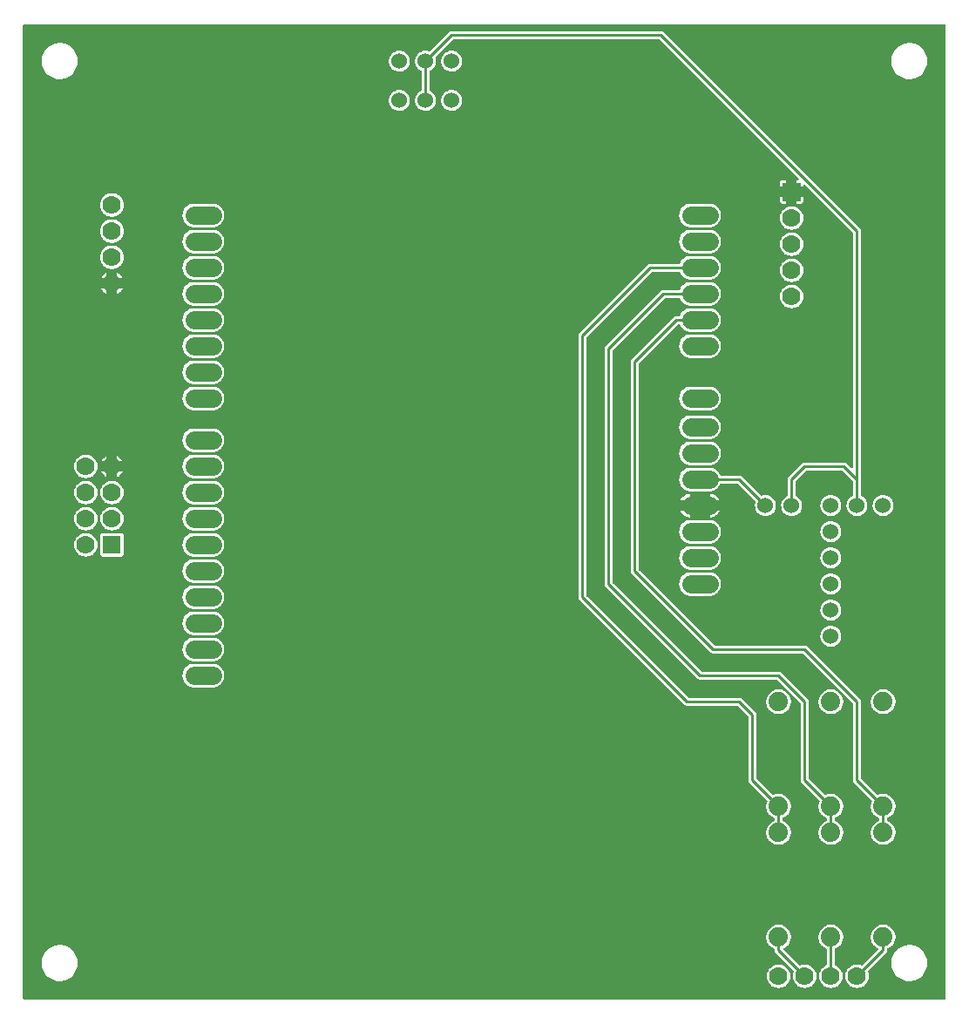
<source format=gbl>
G04 Layer: BottomLayer*
G04 EasyEDA v6.4.25, 2021-11-05T19:22:01+05:30*
G04 61bcb772547544e299bc8c975d1ae397,5cb069c284564e3e9aa1642b0c72b42d,10*
G04 Gerber Generator version 0.2*
G04 Scale: 100 percent, Rotated: No, Reflected: No *
G04 Dimensions in millimeters *
G04 leading zeros omitted , absolute positions ,4 integer and 5 decimal *
%FSLAX45Y45*%
%MOMM*%

%ADD10C,0.2540*%
%ADD11C,1.5240*%
%ADD12C,1.7780*%
%ADD13R,1.7780X1.7780*%
%ADD14C,1.8796*%

%LPD*%
G36*
X4100068Y-4800092D02*
G01*
X4096156Y-4799330D01*
X4092905Y-4797094D01*
X4090670Y-4793843D01*
X4089908Y-4789932D01*
X4089908Y4662932D01*
X4090670Y4666843D01*
X4092905Y4670094D01*
X4096156Y4672330D01*
X4100068Y4673092D01*
X13044932Y4673092D01*
X13048843Y4672330D01*
X13052094Y4670094D01*
X13054330Y4666843D01*
X13055092Y4662932D01*
X13055092Y-4789932D01*
X13054330Y-4793843D01*
X13052094Y-4797094D01*
X13048843Y-4799330D01*
X13044932Y-4800092D01*
G37*

%LPC*%
G36*
X11422786Y-4686554D02*
G01*
X11437213Y-4686554D01*
X11451488Y-4684776D01*
X11465458Y-4681169D01*
X11478869Y-4675886D01*
X11491518Y-4668926D01*
X11503152Y-4660442D01*
X11513667Y-4650587D01*
X11522862Y-4639462D01*
X11530584Y-4627321D01*
X11536730Y-4614265D01*
X11541201Y-4600549D01*
X11543893Y-4586376D01*
X11544808Y-4572000D01*
X11543893Y-4557623D01*
X11541201Y-4543450D01*
X11536730Y-4529734D01*
X11530584Y-4516678D01*
X11522862Y-4504537D01*
X11513667Y-4493412D01*
X11503152Y-4483557D01*
X11491518Y-4475073D01*
X11478869Y-4468114D01*
X11465458Y-4462830D01*
X11451488Y-4459224D01*
X11437213Y-4457446D01*
X11422786Y-4457446D01*
X11408511Y-4459224D01*
X11394541Y-4462830D01*
X11381130Y-4468114D01*
X11368481Y-4475073D01*
X11356848Y-4483557D01*
X11346332Y-4493412D01*
X11337137Y-4504537D01*
X11329416Y-4516678D01*
X11323269Y-4529734D01*
X11318798Y-4543450D01*
X11316106Y-4557623D01*
X11315192Y-4572000D01*
X11316106Y-4586376D01*
X11318798Y-4600549D01*
X11323269Y-4614265D01*
X11329416Y-4627321D01*
X11337137Y-4639462D01*
X11346332Y-4650587D01*
X11356848Y-4660442D01*
X11368481Y-4668926D01*
X11381130Y-4675886D01*
X11394541Y-4681169D01*
X11408511Y-4684776D01*
G37*
G36*
X11930786Y-4686554D02*
G01*
X11945213Y-4686554D01*
X11959488Y-4684776D01*
X11973458Y-4681169D01*
X11986869Y-4675886D01*
X11999518Y-4668926D01*
X12011152Y-4660442D01*
X12021667Y-4650587D01*
X12030862Y-4639462D01*
X12038584Y-4627321D01*
X12044730Y-4614265D01*
X12049201Y-4600549D01*
X12051893Y-4586376D01*
X12052808Y-4572000D01*
X12051893Y-4557623D01*
X12049201Y-4543450D01*
X12044730Y-4529734D01*
X12038584Y-4516678D01*
X12030862Y-4504537D01*
X12021667Y-4493412D01*
X12011152Y-4483557D01*
X11999518Y-4475073D01*
X11986869Y-4468114D01*
X11983008Y-4466590D01*
X11979656Y-4464405D01*
X11977420Y-4461103D01*
X11976608Y-4457192D01*
X11976608Y-4311294D01*
X11977420Y-4307332D01*
X11979706Y-4304030D01*
X11983110Y-4301845D01*
X11988088Y-4299915D01*
X12001093Y-4292904D01*
X12013133Y-4284370D01*
X12024055Y-4274464D01*
X12033656Y-4263237D01*
X12041784Y-4250944D01*
X12048388Y-4237736D01*
X12053316Y-4223816D01*
X12056465Y-4209389D01*
X12057837Y-4194708D01*
X12057380Y-4179925D01*
X12055094Y-4165346D01*
X12051030Y-4151172D01*
X12045289Y-4137558D01*
X12037923Y-4124807D01*
X12029033Y-4113022D01*
X12018772Y-4102404D01*
X12007240Y-4093159D01*
X11994692Y-4085386D01*
X11981281Y-4079240D01*
X11967260Y-4074769D01*
X11952732Y-4072026D01*
X11938000Y-4071112D01*
X11923268Y-4072026D01*
X11908739Y-4074769D01*
X11894718Y-4079240D01*
X11881307Y-4085386D01*
X11868759Y-4093159D01*
X11857228Y-4102404D01*
X11846966Y-4113022D01*
X11838076Y-4124807D01*
X11830710Y-4137558D01*
X11824970Y-4151172D01*
X11820906Y-4165346D01*
X11818620Y-4179925D01*
X11818213Y-4194708D01*
X11819534Y-4209389D01*
X11822684Y-4223816D01*
X11827611Y-4237736D01*
X11834215Y-4250944D01*
X11842343Y-4263237D01*
X11851944Y-4274464D01*
X11862866Y-4284370D01*
X11874906Y-4292904D01*
X11887911Y-4299915D01*
X11892889Y-4301845D01*
X11896293Y-4304030D01*
X11898579Y-4307332D01*
X11899392Y-4311294D01*
X11899392Y-4457192D01*
X11898579Y-4461103D01*
X11896344Y-4464405D01*
X11892991Y-4466590D01*
X11889130Y-4468114D01*
X11876481Y-4475073D01*
X11864848Y-4483557D01*
X11854332Y-4493412D01*
X11845137Y-4504537D01*
X11837416Y-4516678D01*
X11831269Y-4529734D01*
X11826798Y-4543450D01*
X11824106Y-4557623D01*
X11823192Y-4572000D01*
X11824106Y-4586376D01*
X11826798Y-4600549D01*
X11831269Y-4614265D01*
X11837416Y-4627321D01*
X11845137Y-4639462D01*
X11854332Y-4650587D01*
X11864848Y-4660442D01*
X11876481Y-4668926D01*
X11889130Y-4675886D01*
X11902541Y-4681169D01*
X11916511Y-4684776D01*
G37*
G36*
X11676786Y-4686554D02*
G01*
X11691213Y-4686554D01*
X11705488Y-4684776D01*
X11719458Y-4681169D01*
X11732869Y-4675886D01*
X11745518Y-4668926D01*
X11757152Y-4660442D01*
X11767667Y-4650587D01*
X11776862Y-4639462D01*
X11784584Y-4627321D01*
X11790730Y-4614265D01*
X11795201Y-4600549D01*
X11797893Y-4586376D01*
X11798808Y-4572000D01*
X11797893Y-4557623D01*
X11795201Y-4543450D01*
X11790730Y-4529734D01*
X11784584Y-4516678D01*
X11776862Y-4504537D01*
X11767667Y-4493412D01*
X11757152Y-4483557D01*
X11745518Y-4475073D01*
X11732869Y-4468114D01*
X11719458Y-4462830D01*
X11705488Y-4459224D01*
X11691213Y-4457446D01*
X11676786Y-4457446D01*
X11662511Y-4459224D01*
X11648541Y-4462830D01*
X11641074Y-4465777D01*
X11637213Y-4466488D01*
X11633352Y-4465726D01*
X11630152Y-4463542D01*
X11480901Y-4314291D01*
X11478818Y-4311192D01*
X11477955Y-4307535D01*
X11478514Y-4303826D01*
X11480342Y-4300524D01*
X11483289Y-4298188D01*
X11493093Y-4292904D01*
X11505133Y-4284370D01*
X11516055Y-4274464D01*
X11525656Y-4263237D01*
X11533784Y-4250944D01*
X11540388Y-4237736D01*
X11545316Y-4223816D01*
X11548465Y-4209389D01*
X11549837Y-4194708D01*
X11549380Y-4179925D01*
X11547094Y-4165346D01*
X11543030Y-4151172D01*
X11537289Y-4137558D01*
X11529923Y-4124807D01*
X11521033Y-4113022D01*
X11510772Y-4102404D01*
X11499240Y-4093159D01*
X11486692Y-4085386D01*
X11473281Y-4079240D01*
X11459260Y-4074769D01*
X11444732Y-4072026D01*
X11430000Y-4071112D01*
X11415268Y-4072026D01*
X11400739Y-4074769D01*
X11386718Y-4079240D01*
X11373307Y-4085386D01*
X11360759Y-4093159D01*
X11349228Y-4102404D01*
X11338966Y-4113022D01*
X11330076Y-4124807D01*
X11322710Y-4137558D01*
X11316970Y-4151172D01*
X11312906Y-4165346D01*
X11310620Y-4179925D01*
X11310213Y-4194708D01*
X11311534Y-4209389D01*
X11314684Y-4223816D01*
X11319611Y-4237736D01*
X11326215Y-4250944D01*
X11334343Y-4263237D01*
X11343944Y-4274464D01*
X11354866Y-4284370D01*
X11366906Y-4292904D01*
X11379911Y-4299915D01*
X11384889Y-4301845D01*
X11388293Y-4304030D01*
X11390579Y-4307332D01*
X11391392Y-4311294D01*
X11391392Y-4317492D01*
X11392204Y-4325518D01*
X11394389Y-4332732D01*
X11397945Y-4339437D01*
X11403076Y-4345635D01*
X11575389Y-4517999D01*
X11577624Y-4521403D01*
X11578336Y-4525467D01*
X11577269Y-4529734D01*
X11572798Y-4543450D01*
X11570106Y-4557623D01*
X11569192Y-4572000D01*
X11570106Y-4586376D01*
X11572798Y-4600549D01*
X11577269Y-4614265D01*
X11583416Y-4627321D01*
X11591137Y-4639462D01*
X11600332Y-4650587D01*
X11610848Y-4660442D01*
X11622481Y-4668926D01*
X11635130Y-4675886D01*
X11648541Y-4681169D01*
X11662511Y-4684776D01*
G37*
G36*
X12184786Y-4686554D02*
G01*
X12199213Y-4686554D01*
X12213488Y-4684776D01*
X12227458Y-4681169D01*
X12240869Y-4675886D01*
X12253518Y-4668926D01*
X12265152Y-4660442D01*
X12275667Y-4650587D01*
X12284862Y-4639462D01*
X12292584Y-4627321D01*
X12298730Y-4614265D01*
X12303201Y-4600549D01*
X12305893Y-4586376D01*
X12306808Y-4572000D01*
X12305893Y-4557623D01*
X12303201Y-4543450D01*
X12298629Y-4529480D01*
X12297664Y-4525467D01*
X12298375Y-4521403D01*
X12300610Y-4517999D01*
X12472924Y-4345635D01*
X12478054Y-4339437D01*
X12481610Y-4332732D01*
X12483795Y-4325518D01*
X12484608Y-4317492D01*
X12484608Y-4311294D01*
X12485420Y-4307332D01*
X12487706Y-4304030D01*
X12491110Y-4301845D01*
X12496088Y-4299915D01*
X12509093Y-4292904D01*
X12521133Y-4284370D01*
X12532055Y-4274464D01*
X12541656Y-4263237D01*
X12549784Y-4250944D01*
X12556388Y-4237736D01*
X12561316Y-4223816D01*
X12564465Y-4209389D01*
X12565837Y-4194708D01*
X12565380Y-4179925D01*
X12563094Y-4165346D01*
X12559030Y-4151172D01*
X12553289Y-4137558D01*
X12545923Y-4124807D01*
X12537033Y-4113022D01*
X12526772Y-4102404D01*
X12515240Y-4093159D01*
X12502692Y-4085386D01*
X12489281Y-4079240D01*
X12475260Y-4074769D01*
X12460732Y-4072026D01*
X12446000Y-4071112D01*
X12431268Y-4072026D01*
X12416739Y-4074769D01*
X12402718Y-4079240D01*
X12389307Y-4085386D01*
X12376759Y-4093159D01*
X12365228Y-4102404D01*
X12354966Y-4113022D01*
X12346076Y-4124807D01*
X12338710Y-4137558D01*
X12332970Y-4151172D01*
X12328906Y-4165346D01*
X12326620Y-4179925D01*
X12326213Y-4194708D01*
X12327534Y-4209389D01*
X12330684Y-4223816D01*
X12335611Y-4237736D01*
X12342215Y-4250944D01*
X12350343Y-4263237D01*
X12359944Y-4274464D01*
X12370866Y-4284370D01*
X12382906Y-4292904D01*
X12392710Y-4298188D01*
X12395657Y-4300524D01*
X12397486Y-4303826D01*
X12398044Y-4307535D01*
X12397181Y-4311192D01*
X12395098Y-4314291D01*
X12245848Y-4463542D01*
X12242647Y-4465726D01*
X12238786Y-4466488D01*
X12234926Y-4465777D01*
X12227458Y-4462830D01*
X12213488Y-4459224D01*
X12199213Y-4457446D01*
X12184786Y-4457446D01*
X12170511Y-4459224D01*
X12156541Y-4462830D01*
X12143130Y-4468114D01*
X12130481Y-4475073D01*
X12118848Y-4483557D01*
X12108332Y-4493412D01*
X12099137Y-4504537D01*
X12091416Y-4516678D01*
X12085269Y-4529734D01*
X12080798Y-4543450D01*
X12078106Y-4557623D01*
X12077192Y-4572000D01*
X12078106Y-4586376D01*
X12080798Y-4600549D01*
X12085269Y-4614265D01*
X12091416Y-4627321D01*
X12099137Y-4639462D01*
X12108332Y-4650587D01*
X12118848Y-4660442D01*
X12130481Y-4668926D01*
X12143130Y-4675886D01*
X12156541Y-4681169D01*
X12170511Y-4684776D01*
G37*
G36*
X12704521Y-4620818D02*
G01*
X12722606Y-4619447D01*
X12740386Y-4616196D01*
X12757810Y-4611116D01*
X12774574Y-4604308D01*
X12790525Y-4595774D01*
X12805562Y-4585665D01*
X12819481Y-4574082D01*
X12832130Y-4561128D01*
X12843357Y-4546904D01*
X12853060Y-4531614D01*
X12861188Y-4515459D01*
X12867538Y-4498492D01*
X12872161Y-4480966D01*
X12874955Y-4463084D01*
X12875869Y-4445000D01*
X12874955Y-4426915D01*
X12872161Y-4409033D01*
X12867538Y-4391507D01*
X12861188Y-4374540D01*
X12853060Y-4358386D01*
X12843357Y-4343095D01*
X12832130Y-4328871D01*
X12819481Y-4315917D01*
X12805562Y-4304334D01*
X12790525Y-4294225D01*
X12774574Y-4285691D01*
X12757810Y-4278884D01*
X12740386Y-4273804D01*
X12722606Y-4270552D01*
X12704521Y-4269181D01*
X12686436Y-4269638D01*
X12668453Y-4271975D01*
X12650825Y-4276090D01*
X12633756Y-4282084D01*
X12617348Y-4289755D01*
X12601803Y-4299051D01*
X12587325Y-4309922D01*
X12574016Y-4322216D01*
X12562078Y-4335830D01*
X12551562Y-4350613D01*
X12542672Y-4366361D01*
X12535408Y-4382973D01*
X12529921Y-4400194D01*
X12526213Y-4417923D01*
X12524333Y-4435957D01*
X12524333Y-4454042D01*
X12526213Y-4472076D01*
X12529921Y-4489805D01*
X12535408Y-4507026D01*
X12542672Y-4523638D01*
X12551562Y-4539386D01*
X12562078Y-4554169D01*
X12574016Y-4567783D01*
X12587325Y-4580077D01*
X12601803Y-4590948D01*
X12617348Y-4600244D01*
X12633756Y-4607915D01*
X12650825Y-4613910D01*
X12668453Y-4618024D01*
X12686436Y-4620361D01*
G37*
G36*
X4449521Y-4620818D02*
G01*
X4467606Y-4619447D01*
X4485386Y-4616196D01*
X4502810Y-4611116D01*
X4519574Y-4604308D01*
X4535525Y-4595774D01*
X4550562Y-4585665D01*
X4564481Y-4574082D01*
X4577130Y-4561128D01*
X4588357Y-4546904D01*
X4598060Y-4531614D01*
X4606188Y-4515459D01*
X4612538Y-4498492D01*
X4617161Y-4480966D01*
X4619955Y-4463084D01*
X4620869Y-4445000D01*
X4619955Y-4426915D01*
X4617161Y-4409033D01*
X4612538Y-4391507D01*
X4606188Y-4374540D01*
X4598060Y-4358386D01*
X4588357Y-4343095D01*
X4577130Y-4328871D01*
X4564481Y-4315917D01*
X4550562Y-4304334D01*
X4535525Y-4294225D01*
X4519574Y-4285691D01*
X4502810Y-4278884D01*
X4485386Y-4273804D01*
X4467606Y-4270552D01*
X4449521Y-4269181D01*
X4431436Y-4269638D01*
X4413453Y-4271975D01*
X4395825Y-4276090D01*
X4378756Y-4282084D01*
X4362348Y-4289755D01*
X4346803Y-4299051D01*
X4332325Y-4309922D01*
X4319016Y-4322216D01*
X4307078Y-4335830D01*
X4296562Y-4350613D01*
X4287672Y-4366361D01*
X4280408Y-4382973D01*
X4274921Y-4400194D01*
X4271213Y-4417923D01*
X4269333Y-4435957D01*
X4269333Y-4454042D01*
X4271213Y-4472076D01*
X4274921Y-4489805D01*
X4280408Y-4507026D01*
X4287672Y-4523638D01*
X4296562Y-4539386D01*
X4307078Y-4554169D01*
X4319016Y-4567783D01*
X4332325Y-4580077D01*
X4346803Y-4590948D01*
X4362348Y-4600244D01*
X4378756Y-4607915D01*
X4395825Y-4613910D01*
X4413453Y-4618024D01*
X4431436Y-4620361D01*
G37*
G36*
X11422634Y-3294634D02*
G01*
X11437366Y-3294634D01*
X11452047Y-3292805D01*
X11466322Y-3289249D01*
X11480088Y-3283915D01*
X11493093Y-3276904D01*
X11505133Y-3268370D01*
X11516055Y-3258464D01*
X11525656Y-3247237D01*
X11533784Y-3234944D01*
X11540388Y-3221736D01*
X11545316Y-3207816D01*
X11548465Y-3193389D01*
X11549837Y-3178708D01*
X11549380Y-3163925D01*
X11547094Y-3149346D01*
X11543030Y-3135172D01*
X11537289Y-3121558D01*
X11529923Y-3108807D01*
X11521033Y-3097022D01*
X11510772Y-3086404D01*
X11499240Y-3077159D01*
X11486692Y-3069386D01*
X11474500Y-3063798D01*
X11471402Y-3061563D01*
X11469319Y-3058312D01*
X11468608Y-3054553D01*
X11468608Y-3041294D01*
X11469420Y-3037332D01*
X11471706Y-3034030D01*
X11475110Y-3031845D01*
X11480088Y-3029915D01*
X11493093Y-3022904D01*
X11505133Y-3014370D01*
X11516055Y-3004464D01*
X11525656Y-2993237D01*
X11533784Y-2980944D01*
X11540388Y-2967736D01*
X11545316Y-2953816D01*
X11548465Y-2939389D01*
X11549837Y-2924708D01*
X11549380Y-2909925D01*
X11547094Y-2895346D01*
X11543030Y-2881172D01*
X11537289Y-2867558D01*
X11529923Y-2854807D01*
X11521033Y-2843022D01*
X11510772Y-2832404D01*
X11499240Y-2823159D01*
X11486692Y-2815386D01*
X11473281Y-2809240D01*
X11459260Y-2804769D01*
X11444732Y-2802026D01*
X11430000Y-2801112D01*
X11415268Y-2802026D01*
X11400739Y-2804769D01*
X11386718Y-2809240D01*
X11383619Y-2810662D01*
X11379657Y-2811576D01*
X11375593Y-2810865D01*
X11372189Y-2808579D01*
X11217605Y-2653995D01*
X11215370Y-2650693D01*
X11214608Y-2646781D01*
X11214608Y-2032507D01*
X11213795Y-2024481D01*
X11211610Y-2017268D01*
X11208054Y-2010562D01*
X11202924Y-2004364D01*
X11076635Y-1878075D01*
X11070437Y-1872945D01*
X11063732Y-1869389D01*
X11056518Y-1867204D01*
X11048492Y-1866392D01*
X10561218Y-1866392D01*
X10557306Y-1865630D01*
X10554004Y-1863394D01*
X9566605Y-875995D01*
X9564370Y-872693D01*
X9563608Y-868781D01*
X9563608Y1630781D01*
X9564370Y1634693D01*
X9566605Y1637995D01*
X10198404Y2269794D01*
X10201706Y2272030D01*
X10205618Y2272792D01*
X10464292Y2272792D01*
X10468203Y2271979D01*
X10471505Y2269744D01*
X10473690Y2266391D01*
X10475214Y2262530D01*
X10482173Y2249881D01*
X10490657Y2238248D01*
X10500512Y2227732D01*
X10511637Y2218537D01*
X10523778Y2210816D01*
X10536834Y2204669D01*
X10550550Y2200198D01*
X10564723Y2197506D01*
X10579404Y2196592D01*
X10756595Y2196592D01*
X10771276Y2197506D01*
X10785449Y2200198D01*
X10799165Y2204669D01*
X10812221Y2210816D01*
X10824362Y2218537D01*
X10835487Y2227732D01*
X10845342Y2238248D01*
X10853826Y2249881D01*
X10860786Y2262530D01*
X10866069Y2275941D01*
X10869676Y2289911D01*
X10871454Y2304186D01*
X10871454Y2318613D01*
X10869676Y2332888D01*
X10866069Y2346858D01*
X10860786Y2360269D01*
X10853826Y2372918D01*
X10845342Y2384552D01*
X10835487Y2395067D01*
X10824362Y2404262D01*
X10812221Y2411984D01*
X10799165Y2418130D01*
X10785449Y2422601D01*
X10771276Y2425293D01*
X10756595Y2426208D01*
X10579404Y2426208D01*
X10564723Y2425293D01*
X10550550Y2422601D01*
X10536834Y2418130D01*
X10523778Y2411984D01*
X10511637Y2404262D01*
X10500512Y2395067D01*
X10490657Y2384552D01*
X10482173Y2372918D01*
X10475214Y2360269D01*
X10473690Y2356408D01*
X10471505Y2353056D01*
X10468203Y2350820D01*
X10464292Y2350008D01*
X10185908Y2350008D01*
X10177881Y2349195D01*
X10170668Y2347010D01*
X10163962Y2343454D01*
X10157764Y2338324D01*
X9498076Y1678635D01*
X9492945Y1672437D01*
X9489389Y1665732D01*
X9487204Y1658518D01*
X9486392Y1650492D01*
X9486392Y-888492D01*
X9487204Y-896518D01*
X9489389Y-903732D01*
X9492945Y-910437D01*
X9498076Y-916635D01*
X10513364Y-1931924D01*
X10519562Y-1937054D01*
X10526268Y-1940610D01*
X10533481Y-1942795D01*
X10541508Y-1943607D01*
X11028781Y-1943607D01*
X11032693Y-1944370D01*
X11035995Y-1946605D01*
X11134394Y-2045004D01*
X11136630Y-2048306D01*
X11137392Y-2052218D01*
X11137392Y-2666492D01*
X11138204Y-2674518D01*
X11140389Y-2681732D01*
X11143945Y-2688437D01*
X11149076Y-2694635D01*
X11317630Y-2863240D01*
X11319865Y-2866542D01*
X11320627Y-2870454D01*
X11319814Y-2874365D01*
X11316970Y-2881172D01*
X11312906Y-2895346D01*
X11310620Y-2909925D01*
X11310213Y-2924708D01*
X11311534Y-2939389D01*
X11314684Y-2953816D01*
X11319611Y-2967736D01*
X11326215Y-2980944D01*
X11334343Y-2993237D01*
X11343944Y-3004464D01*
X11354866Y-3014370D01*
X11366906Y-3022904D01*
X11379911Y-3029915D01*
X11384889Y-3031845D01*
X11388293Y-3034030D01*
X11390579Y-3037332D01*
X11391392Y-3041294D01*
X11391392Y-3054553D01*
X11390680Y-3058312D01*
X11388598Y-3061563D01*
X11385499Y-3063798D01*
X11373307Y-3069386D01*
X11360759Y-3077159D01*
X11349228Y-3086404D01*
X11338966Y-3097022D01*
X11330076Y-3108807D01*
X11322710Y-3121558D01*
X11316970Y-3135172D01*
X11312906Y-3149346D01*
X11310620Y-3163925D01*
X11310213Y-3178708D01*
X11311534Y-3193389D01*
X11314684Y-3207816D01*
X11319611Y-3221736D01*
X11326215Y-3234944D01*
X11334343Y-3247237D01*
X11343944Y-3258464D01*
X11354866Y-3268370D01*
X11366906Y-3276904D01*
X11379911Y-3283915D01*
X11393678Y-3289249D01*
X11407952Y-3292805D01*
G37*
G36*
X11930634Y-3294634D02*
G01*
X11945366Y-3294634D01*
X11960047Y-3292805D01*
X11974322Y-3289249D01*
X11988088Y-3283915D01*
X12001093Y-3276904D01*
X12013133Y-3268370D01*
X12024055Y-3258464D01*
X12033656Y-3247237D01*
X12041784Y-3234944D01*
X12048388Y-3221736D01*
X12053316Y-3207816D01*
X12056465Y-3193389D01*
X12057837Y-3178708D01*
X12057380Y-3163925D01*
X12055094Y-3149346D01*
X12051030Y-3135172D01*
X12045289Y-3121558D01*
X12037923Y-3108807D01*
X12029033Y-3097022D01*
X12018772Y-3086404D01*
X12007240Y-3077159D01*
X11994692Y-3069386D01*
X11982500Y-3063798D01*
X11979402Y-3061563D01*
X11977319Y-3058312D01*
X11976608Y-3054553D01*
X11976608Y-3041294D01*
X11977420Y-3037332D01*
X11979706Y-3034030D01*
X11983110Y-3031845D01*
X11988088Y-3029915D01*
X12001093Y-3022904D01*
X12013133Y-3014370D01*
X12024055Y-3004464D01*
X12033656Y-2993237D01*
X12041784Y-2980944D01*
X12048388Y-2967736D01*
X12053316Y-2953816D01*
X12056465Y-2939389D01*
X12057837Y-2924708D01*
X12057380Y-2909925D01*
X12055094Y-2895346D01*
X12051030Y-2881172D01*
X12045289Y-2867558D01*
X12037923Y-2854807D01*
X12029033Y-2843022D01*
X12018772Y-2832404D01*
X12007240Y-2823159D01*
X11994692Y-2815386D01*
X11981281Y-2809240D01*
X11967260Y-2804769D01*
X11952732Y-2802026D01*
X11938000Y-2801112D01*
X11923268Y-2802026D01*
X11908739Y-2804769D01*
X11894718Y-2809240D01*
X11891619Y-2810662D01*
X11887657Y-2811576D01*
X11883593Y-2810865D01*
X11880189Y-2808579D01*
X11725605Y-2653995D01*
X11723370Y-2650693D01*
X11722608Y-2646781D01*
X11722608Y-1905507D01*
X11721795Y-1897481D01*
X11719610Y-1890268D01*
X11716054Y-1883562D01*
X11710924Y-1877364D01*
X11457635Y-1624076D01*
X11451437Y-1618945D01*
X11444732Y-1615389D01*
X11437518Y-1613204D01*
X11429492Y-1612392D01*
X10688218Y-1612392D01*
X10684306Y-1611630D01*
X10681004Y-1609394D01*
X9820605Y-748995D01*
X9818370Y-745693D01*
X9817608Y-741781D01*
X9817608Y1503781D01*
X9818370Y1507693D01*
X9820605Y1510995D01*
X10325404Y2015794D01*
X10328706Y2018030D01*
X10332618Y2018792D01*
X10464292Y2018792D01*
X10468203Y2017979D01*
X10471505Y2015743D01*
X10473690Y2012391D01*
X10475214Y2008530D01*
X10482173Y1995881D01*
X10490657Y1984248D01*
X10500512Y1973732D01*
X10511637Y1964537D01*
X10523778Y1956816D01*
X10536834Y1950669D01*
X10550550Y1946198D01*
X10564723Y1943506D01*
X10579404Y1942592D01*
X10756595Y1942592D01*
X10771276Y1943506D01*
X10785449Y1946198D01*
X10799165Y1950669D01*
X10812221Y1956816D01*
X10824362Y1964537D01*
X10835487Y1973732D01*
X10845342Y1984248D01*
X10853826Y1995881D01*
X10860786Y2008530D01*
X10866069Y2021941D01*
X10869676Y2035911D01*
X10871454Y2050186D01*
X10871454Y2064613D01*
X10869676Y2078888D01*
X10866069Y2092858D01*
X10860786Y2106269D01*
X10853826Y2118918D01*
X10845342Y2130552D01*
X10835487Y2141067D01*
X10824362Y2150262D01*
X10812221Y2157984D01*
X10799165Y2164130D01*
X10785449Y2168601D01*
X10771276Y2171293D01*
X10756595Y2172208D01*
X10579404Y2172208D01*
X10564723Y2171293D01*
X10550550Y2168601D01*
X10536834Y2164130D01*
X10523778Y2157984D01*
X10511637Y2150262D01*
X10500512Y2141067D01*
X10490657Y2130552D01*
X10482173Y2118918D01*
X10475214Y2106269D01*
X10473690Y2102408D01*
X10471505Y2099056D01*
X10468203Y2096820D01*
X10464292Y2096007D01*
X10312908Y2096007D01*
X10304881Y2095195D01*
X10297668Y2093010D01*
X10290962Y2089454D01*
X10284764Y2084324D01*
X9752076Y1551635D01*
X9746945Y1545437D01*
X9743389Y1538732D01*
X9741204Y1531518D01*
X9740392Y1523492D01*
X9740392Y-761492D01*
X9741204Y-769518D01*
X9743389Y-776732D01*
X9746945Y-783437D01*
X9752076Y-789635D01*
X10640364Y-1677924D01*
X10646562Y-1683054D01*
X10653268Y-1686610D01*
X10660481Y-1688795D01*
X10668508Y-1689607D01*
X11409781Y-1689607D01*
X11413693Y-1690370D01*
X11416995Y-1692605D01*
X11642394Y-1918004D01*
X11644630Y-1921306D01*
X11645392Y-1925218D01*
X11645392Y-2666492D01*
X11646204Y-2674518D01*
X11648389Y-2681732D01*
X11651945Y-2688437D01*
X11657076Y-2694635D01*
X11825630Y-2863240D01*
X11827865Y-2866542D01*
X11828627Y-2870454D01*
X11827814Y-2874365D01*
X11824970Y-2881172D01*
X11820906Y-2895346D01*
X11818620Y-2909925D01*
X11818213Y-2924708D01*
X11819534Y-2939389D01*
X11822684Y-2953816D01*
X11827611Y-2967736D01*
X11834215Y-2980944D01*
X11842343Y-2993237D01*
X11851944Y-3004464D01*
X11862866Y-3014370D01*
X11874906Y-3022904D01*
X11887911Y-3029915D01*
X11892889Y-3031845D01*
X11896293Y-3034030D01*
X11898579Y-3037332D01*
X11899392Y-3041294D01*
X11899392Y-3054553D01*
X11898680Y-3058312D01*
X11896598Y-3061563D01*
X11893499Y-3063798D01*
X11881307Y-3069386D01*
X11868759Y-3077159D01*
X11857228Y-3086404D01*
X11846966Y-3097022D01*
X11838076Y-3108807D01*
X11830710Y-3121558D01*
X11824970Y-3135172D01*
X11820906Y-3149346D01*
X11818620Y-3163925D01*
X11818213Y-3178708D01*
X11819534Y-3193389D01*
X11822684Y-3207816D01*
X11827611Y-3221736D01*
X11834215Y-3234944D01*
X11842343Y-3247237D01*
X11851944Y-3258464D01*
X11862866Y-3268370D01*
X11874906Y-3276904D01*
X11887911Y-3283915D01*
X11901678Y-3289249D01*
X11915952Y-3292805D01*
G37*
G36*
X12438634Y-3294634D02*
G01*
X12453366Y-3294634D01*
X12468047Y-3292805D01*
X12482322Y-3289249D01*
X12496088Y-3283915D01*
X12509093Y-3276904D01*
X12521133Y-3268370D01*
X12532055Y-3258464D01*
X12541656Y-3247237D01*
X12549784Y-3234944D01*
X12556388Y-3221736D01*
X12561316Y-3207816D01*
X12564465Y-3193389D01*
X12565837Y-3178708D01*
X12565380Y-3163925D01*
X12563094Y-3149346D01*
X12559030Y-3135172D01*
X12553289Y-3121558D01*
X12545923Y-3108807D01*
X12537033Y-3097022D01*
X12526772Y-3086404D01*
X12515240Y-3077159D01*
X12502692Y-3069386D01*
X12490500Y-3063798D01*
X12487402Y-3061563D01*
X12485319Y-3058312D01*
X12484608Y-3054553D01*
X12484608Y-3041294D01*
X12485420Y-3037332D01*
X12487706Y-3034030D01*
X12491110Y-3031845D01*
X12496088Y-3029915D01*
X12509093Y-3022904D01*
X12521133Y-3014370D01*
X12532055Y-3004464D01*
X12541656Y-2993237D01*
X12549784Y-2980944D01*
X12556388Y-2967736D01*
X12561316Y-2953816D01*
X12564465Y-2939389D01*
X12565837Y-2924708D01*
X12565380Y-2909925D01*
X12563094Y-2895346D01*
X12559030Y-2881172D01*
X12553289Y-2867558D01*
X12545923Y-2854807D01*
X12537033Y-2843022D01*
X12526772Y-2832404D01*
X12515240Y-2823159D01*
X12502692Y-2815386D01*
X12489281Y-2809240D01*
X12475260Y-2804769D01*
X12460732Y-2802026D01*
X12446000Y-2801112D01*
X12431268Y-2802026D01*
X12416739Y-2804769D01*
X12402718Y-2809240D01*
X12399619Y-2810662D01*
X12395657Y-2811576D01*
X12391593Y-2810865D01*
X12388189Y-2808579D01*
X12233605Y-2653995D01*
X12231370Y-2650693D01*
X12230608Y-2646781D01*
X12230608Y-1905507D01*
X12229795Y-1897481D01*
X12227610Y-1890268D01*
X12224054Y-1883562D01*
X12218924Y-1877364D01*
X11711635Y-1370076D01*
X11705437Y-1364945D01*
X11698732Y-1361389D01*
X11691518Y-1359204D01*
X11683492Y-1358392D01*
X10815218Y-1358392D01*
X10811306Y-1357630D01*
X10808004Y-1355394D01*
X10074605Y-621995D01*
X10072370Y-618693D01*
X10071608Y-614781D01*
X10071608Y1376781D01*
X10072370Y1380693D01*
X10074605Y1383995D01*
X10452404Y1761794D01*
X10455706Y1764030D01*
X10459618Y1764792D01*
X10464292Y1764792D01*
X10468203Y1763979D01*
X10471505Y1761743D01*
X10473690Y1758391D01*
X10475214Y1754530D01*
X10482173Y1741881D01*
X10490657Y1730248D01*
X10500512Y1719732D01*
X10511637Y1710537D01*
X10523778Y1702816D01*
X10536834Y1696669D01*
X10550550Y1692198D01*
X10564723Y1689506D01*
X10579404Y1688592D01*
X10756595Y1688592D01*
X10771276Y1689506D01*
X10785449Y1692198D01*
X10799165Y1696669D01*
X10812221Y1702816D01*
X10824362Y1710537D01*
X10835487Y1719732D01*
X10845342Y1730248D01*
X10853826Y1741881D01*
X10860786Y1754530D01*
X10866069Y1767941D01*
X10869676Y1781911D01*
X10871454Y1796186D01*
X10871454Y1810613D01*
X10869676Y1824888D01*
X10866069Y1838858D01*
X10860786Y1852269D01*
X10853826Y1864918D01*
X10845342Y1876552D01*
X10835487Y1887067D01*
X10824362Y1896262D01*
X10812221Y1903984D01*
X10799165Y1910130D01*
X10785449Y1914601D01*
X10771276Y1917293D01*
X10756595Y1918207D01*
X10579404Y1918207D01*
X10564723Y1917293D01*
X10550550Y1914601D01*
X10536834Y1910130D01*
X10523778Y1903984D01*
X10511637Y1896262D01*
X10500512Y1887067D01*
X10490657Y1876552D01*
X10482173Y1864918D01*
X10475214Y1852269D01*
X10473690Y1848408D01*
X10471505Y1845056D01*
X10468203Y1842820D01*
X10464292Y1842007D01*
X10439908Y1842007D01*
X10431881Y1841195D01*
X10424668Y1839010D01*
X10417962Y1835454D01*
X10411764Y1830324D01*
X10006076Y1424635D01*
X10000945Y1418437D01*
X9997389Y1411732D01*
X9995204Y1404518D01*
X9994392Y1396492D01*
X9994392Y-634492D01*
X9995204Y-642518D01*
X9997389Y-649732D01*
X10000945Y-656437D01*
X10006076Y-662635D01*
X10767364Y-1423924D01*
X10773562Y-1429054D01*
X10780268Y-1432610D01*
X10787481Y-1434795D01*
X10795508Y-1435608D01*
X11663781Y-1435608D01*
X11667693Y-1436370D01*
X11670995Y-1438605D01*
X12150394Y-1918004D01*
X12152630Y-1921306D01*
X12153392Y-1925218D01*
X12153392Y-2666492D01*
X12154204Y-2674518D01*
X12156389Y-2681732D01*
X12159945Y-2688437D01*
X12165076Y-2694635D01*
X12333630Y-2863240D01*
X12335865Y-2866542D01*
X12336627Y-2870454D01*
X12335814Y-2874365D01*
X12332970Y-2881172D01*
X12328906Y-2895346D01*
X12326620Y-2909925D01*
X12326213Y-2924708D01*
X12327534Y-2939389D01*
X12330684Y-2953816D01*
X12335611Y-2967736D01*
X12342215Y-2980944D01*
X12350343Y-2993237D01*
X12359944Y-3004464D01*
X12370866Y-3014370D01*
X12382906Y-3022904D01*
X12395911Y-3029915D01*
X12400889Y-3031845D01*
X12404293Y-3034030D01*
X12406579Y-3037332D01*
X12407392Y-3041294D01*
X12407392Y-3054553D01*
X12406680Y-3058312D01*
X12404598Y-3061563D01*
X12401499Y-3063798D01*
X12389307Y-3069386D01*
X12376759Y-3077159D01*
X12365228Y-3086404D01*
X12354966Y-3097022D01*
X12346076Y-3108807D01*
X12338710Y-3121558D01*
X12332970Y-3135172D01*
X12328906Y-3149346D01*
X12326620Y-3163925D01*
X12326213Y-3178708D01*
X12327534Y-3193389D01*
X12330684Y-3207816D01*
X12335611Y-3221736D01*
X12342215Y-3234944D01*
X12350343Y-3247237D01*
X12359944Y-3258464D01*
X12370866Y-3268370D01*
X12382906Y-3276904D01*
X12395911Y-3283915D01*
X12409678Y-3289249D01*
X12423952Y-3292805D01*
G37*
G36*
X11930634Y-2024634D02*
G01*
X11945366Y-2024634D01*
X11960047Y-2022805D01*
X11974322Y-2019249D01*
X11988088Y-2013915D01*
X12001093Y-2006904D01*
X12013133Y-1998370D01*
X12024055Y-1988464D01*
X12033656Y-1977237D01*
X12041784Y-1964943D01*
X12048388Y-1951736D01*
X12053316Y-1937816D01*
X12056465Y-1923389D01*
X12057837Y-1908708D01*
X12057380Y-1893925D01*
X12055094Y-1879346D01*
X12051030Y-1865172D01*
X12045289Y-1851558D01*
X12037923Y-1838807D01*
X12029033Y-1827022D01*
X12018772Y-1816404D01*
X12007240Y-1807159D01*
X11994692Y-1799386D01*
X11981281Y-1793239D01*
X11967260Y-1788769D01*
X11952732Y-1786026D01*
X11938000Y-1785112D01*
X11923268Y-1786026D01*
X11908739Y-1788769D01*
X11894718Y-1793239D01*
X11881307Y-1799386D01*
X11868759Y-1807159D01*
X11857228Y-1816404D01*
X11846966Y-1827022D01*
X11838076Y-1838807D01*
X11830710Y-1851558D01*
X11824970Y-1865172D01*
X11820906Y-1879346D01*
X11818620Y-1893925D01*
X11818213Y-1908708D01*
X11819534Y-1923389D01*
X11822684Y-1937816D01*
X11827611Y-1951736D01*
X11834215Y-1964943D01*
X11842343Y-1977237D01*
X11851944Y-1988464D01*
X11862866Y-1998370D01*
X11874906Y-2006904D01*
X11887911Y-2013915D01*
X11901678Y-2019249D01*
X11915952Y-2022805D01*
G37*
G36*
X11422634Y-2024634D02*
G01*
X11437366Y-2024634D01*
X11452047Y-2022805D01*
X11466322Y-2019249D01*
X11480088Y-2013915D01*
X11493093Y-2006904D01*
X11505133Y-1998370D01*
X11516055Y-1988464D01*
X11525656Y-1977237D01*
X11533784Y-1964943D01*
X11540388Y-1951736D01*
X11545316Y-1937816D01*
X11548465Y-1923389D01*
X11549837Y-1908708D01*
X11549380Y-1893925D01*
X11547094Y-1879346D01*
X11543030Y-1865172D01*
X11537289Y-1851558D01*
X11529923Y-1838807D01*
X11521033Y-1827022D01*
X11510772Y-1816404D01*
X11499240Y-1807159D01*
X11486692Y-1799386D01*
X11473281Y-1793239D01*
X11459260Y-1788769D01*
X11444732Y-1786026D01*
X11430000Y-1785112D01*
X11415268Y-1786026D01*
X11400739Y-1788769D01*
X11386718Y-1793239D01*
X11373307Y-1799386D01*
X11360759Y-1807159D01*
X11349228Y-1816404D01*
X11338966Y-1827022D01*
X11330076Y-1838807D01*
X11322710Y-1851558D01*
X11316970Y-1865172D01*
X11312906Y-1879346D01*
X11310620Y-1893925D01*
X11310213Y-1908708D01*
X11311534Y-1923389D01*
X11314684Y-1937816D01*
X11319611Y-1951736D01*
X11326215Y-1964943D01*
X11334343Y-1977237D01*
X11343944Y-1988464D01*
X11354866Y-1998370D01*
X11366906Y-2006904D01*
X11379911Y-2013915D01*
X11393678Y-2019249D01*
X11407952Y-2022805D01*
G37*
G36*
X12438634Y-2024634D02*
G01*
X12453366Y-2024634D01*
X12468047Y-2022805D01*
X12482322Y-2019249D01*
X12496088Y-2013915D01*
X12509093Y-2006904D01*
X12521133Y-1998370D01*
X12532055Y-1988464D01*
X12541656Y-1977237D01*
X12549784Y-1964943D01*
X12556388Y-1951736D01*
X12561316Y-1937816D01*
X12564465Y-1923389D01*
X12565837Y-1908708D01*
X12565380Y-1893925D01*
X12563094Y-1879346D01*
X12559030Y-1865172D01*
X12553289Y-1851558D01*
X12545923Y-1838807D01*
X12537033Y-1827022D01*
X12526772Y-1816404D01*
X12515240Y-1807159D01*
X12502692Y-1799386D01*
X12489281Y-1793239D01*
X12475260Y-1788769D01*
X12460732Y-1786026D01*
X12446000Y-1785112D01*
X12431268Y-1786026D01*
X12416739Y-1788769D01*
X12402718Y-1793239D01*
X12389307Y-1799386D01*
X12376759Y-1807159D01*
X12365228Y-1816404D01*
X12354966Y-1827022D01*
X12346076Y-1838807D01*
X12338710Y-1851558D01*
X12332970Y-1865172D01*
X12328906Y-1879346D01*
X12326620Y-1893925D01*
X12326213Y-1908708D01*
X12327534Y-1923389D01*
X12330684Y-1937816D01*
X12335611Y-1951736D01*
X12342215Y-1964943D01*
X12350343Y-1977237D01*
X12359944Y-1988464D01*
X12370866Y-1998370D01*
X12382906Y-2006904D01*
X12395911Y-2013915D01*
X12409678Y-2019249D01*
X12423952Y-2022805D01*
G37*
G36*
X5753404Y-1765807D02*
G01*
X5930595Y-1765807D01*
X5945276Y-1764893D01*
X5959449Y-1762201D01*
X5973165Y-1757730D01*
X5986221Y-1751584D01*
X5998362Y-1743862D01*
X6009487Y-1734667D01*
X6019342Y-1724152D01*
X6027826Y-1712518D01*
X6034786Y-1699869D01*
X6040069Y-1686458D01*
X6043676Y-1672488D01*
X6045454Y-1658213D01*
X6045454Y-1643786D01*
X6043676Y-1629511D01*
X6040069Y-1615541D01*
X6034786Y-1602130D01*
X6027826Y-1589481D01*
X6019342Y-1577848D01*
X6009487Y-1567332D01*
X5998362Y-1558137D01*
X5986221Y-1550416D01*
X5973165Y-1544269D01*
X5959449Y-1539798D01*
X5945276Y-1537106D01*
X5930595Y-1536192D01*
X5753404Y-1536192D01*
X5738723Y-1537106D01*
X5724550Y-1539798D01*
X5710834Y-1544269D01*
X5697778Y-1550416D01*
X5685637Y-1558137D01*
X5674512Y-1567332D01*
X5664657Y-1577848D01*
X5656173Y-1589481D01*
X5649214Y-1602130D01*
X5643930Y-1615541D01*
X5640324Y-1629511D01*
X5638546Y-1643786D01*
X5638546Y-1658213D01*
X5640324Y-1672488D01*
X5643930Y-1686458D01*
X5649214Y-1699869D01*
X5656173Y-1712518D01*
X5664657Y-1724152D01*
X5674512Y-1734667D01*
X5685637Y-1743862D01*
X5697778Y-1751584D01*
X5710834Y-1757730D01*
X5724550Y-1762201D01*
X5738723Y-1764893D01*
G37*
G36*
X5753404Y-1511808D02*
G01*
X5930595Y-1511808D01*
X5945276Y-1510893D01*
X5959449Y-1508201D01*
X5973165Y-1503730D01*
X5986221Y-1497584D01*
X5998362Y-1489862D01*
X6009487Y-1480667D01*
X6019342Y-1470152D01*
X6027826Y-1458518D01*
X6034786Y-1445869D01*
X6040069Y-1432458D01*
X6043676Y-1418488D01*
X6045454Y-1404213D01*
X6045454Y-1389786D01*
X6043676Y-1375511D01*
X6040069Y-1361541D01*
X6034786Y-1348130D01*
X6027826Y-1335481D01*
X6019342Y-1323848D01*
X6009487Y-1313332D01*
X5998362Y-1304137D01*
X5986221Y-1296416D01*
X5973165Y-1290269D01*
X5959449Y-1285798D01*
X5945276Y-1283106D01*
X5930595Y-1282192D01*
X5753404Y-1282192D01*
X5738723Y-1283106D01*
X5724550Y-1285798D01*
X5710834Y-1290269D01*
X5697778Y-1296416D01*
X5685637Y-1304137D01*
X5674512Y-1313332D01*
X5664657Y-1323848D01*
X5656173Y-1335481D01*
X5649214Y-1348130D01*
X5643930Y-1361541D01*
X5640324Y-1375511D01*
X5638546Y-1389786D01*
X5638546Y-1404213D01*
X5640324Y-1418488D01*
X5643930Y-1432458D01*
X5649214Y-1445869D01*
X5656173Y-1458518D01*
X5664657Y-1470152D01*
X5674512Y-1480667D01*
X5685637Y-1489862D01*
X5697778Y-1497584D01*
X5710834Y-1503730D01*
X5724550Y-1508201D01*
X5738723Y-1510893D01*
G37*
G36*
X11938000Y-1372108D02*
G01*
X11951614Y-1371193D01*
X11964974Y-1368450D01*
X11977878Y-1363980D01*
X11990019Y-1357833D01*
X12001246Y-1350111D01*
X12011406Y-1340967D01*
X12020194Y-1330553D01*
X12027509Y-1319072D01*
X12033250Y-1306677D01*
X12037314Y-1293672D01*
X12039549Y-1280210D01*
X12040006Y-1266596D01*
X12038685Y-1253032D01*
X12035485Y-1239774D01*
X12030608Y-1227023D01*
X12024055Y-1215085D01*
X12015978Y-1204112D01*
X12006478Y-1194308D01*
X11995759Y-1185824D01*
X11984024Y-1178864D01*
X11971477Y-1173581D01*
X11958320Y-1169974D01*
X11944807Y-1168146D01*
X11931192Y-1168146D01*
X11917680Y-1169974D01*
X11904522Y-1173581D01*
X11891975Y-1178864D01*
X11880240Y-1185824D01*
X11869521Y-1194308D01*
X11860022Y-1204112D01*
X11851944Y-1215085D01*
X11845391Y-1227023D01*
X11840514Y-1239774D01*
X11837314Y-1253032D01*
X11835993Y-1266596D01*
X11836450Y-1280210D01*
X11838686Y-1293672D01*
X11842750Y-1306677D01*
X11848490Y-1319072D01*
X11855805Y-1330553D01*
X11864594Y-1340967D01*
X11874754Y-1350111D01*
X11885980Y-1357833D01*
X11898122Y-1363980D01*
X11911025Y-1368450D01*
X11924385Y-1371193D01*
G37*
G36*
X5753404Y-1257808D02*
G01*
X5930595Y-1257808D01*
X5945276Y-1256893D01*
X5959449Y-1254201D01*
X5973165Y-1249730D01*
X5986221Y-1243584D01*
X5998362Y-1235862D01*
X6009487Y-1226667D01*
X6019342Y-1216152D01*
X6027826Y-1204518D01*
X6034786Y-1191869D01*
X6040069Y-1178458D01*
X6043676Y-1164488D01*
X6045454Y-1150213D01*
X6045454Y-1135786D01*
X6043676Y-1121511D01*
X6040069Y-1107541D01*
X6034786Y-1094130D01*
X6027826Y-1081481D01*
X6019342Y-1069848D01*
X6009487Y-1059332D01*
X5998362Y-1050137D01*
X5986221Y-1042416D01*
X5973165Y-1036269D01*
X5959449Y-1031798D01*
X5945276Y-1029106D01*
X5930595Y-1028192D01*
X5753404Y-1028192D01*
X5738723Y-1029106D01*
X5724550Y-1031798D01*
X5710834Y-1036269D01*
X5697778Y-1042416D01*
X5685637Y-1050137D01*
X5674512Y-1059332D01*
X5664657Y-1069848D01*
X5656173Y-1081481D01*
X5649214Y-1094130D01*
X5643930Y-1107541D01*
X5640324Y-1121511D01*
X5638546Y-1135786D01*
X5638546Y-1150213D01*
X5640324Y-1164488D01*
X5643930Y-1178458D01*
X5649214Y-1191869D01*
X5656173Y-1204518D01*
X5664657Y-1216152D01*
X5674512Y-1226667D01*
X5685637Y-1235862D01*
X5697778Y-1243584D01*
X5710834Y-1249730D01*
X5724550Y-1254201D01*
X5738723Y-1256893D01*
G37*
G36*
X11938000Y-1118108D02*
G01*
X11951614Y-1117193D01*
X11964974Y-1114450D01*
X11977878Y-1109980D01*
X11990019Y-1103833D01*
X12001246Y-1096111D01*
X12011406Y-1086967D01*
X12020194Y-1076553D01*
X12027509Y-1065072D01*
X12033250Y-1052677D01*
X12037314Y-1039672D01*
X12039549Y-1026210D01*
X12040006Y-1012596D01*
X12038685Y-999032D01*
X12035485Y-985774D01*
X12030608Y-973023D01*
X12024055Y-961085D01*
X12015978Y-950112D01*
X12006478Y-940308D01*
X11995759Y-931824D01*
X11984024Y-924864D01*
X11971477Y-919581D01*
X11958320Y-915974D01*
X11944807Y-914146D01*
X11931192Y-914146D01*
X11917680Y-915974D01*
X11904522Y-919581D01*
X11891975Y-924864D01*
X11880240Y-931824D01*
X11869521Y-940308D01*
X11860022Y-950112D01*
X11851944Y-961085D01*
X11845391Y-973023D01*
X11840514Y-985774D01*
X11837314Y-999032D01*
X11835993Y-1012596D01*
X11836450Y-1026210D01*
X11838686Y-1039672D01*
X11842750Y-1052677D01*
X11848490Y-1065072D01*
X11855805Y-1076553D01*
X11864594Y-1086967D01*
X11874754Y-1096111D01*
X11885980Y-1103833D01*
X11898122Y-1109980D01*
X11911025Y-1114450D01*
X11924385Y-1117193D01*
G37*
G36*
X5753404Y-1003808D02*
G01*
X5930595Y-1003808D01*
X5945276Y-1002893D01*
X5959449Y-1000201D01*
X5973165Y-995730D01*
X5986221Y-989584D01*
X5998362Y-981862D01*
X6009487Y-972667D01*
X6019342Y-962152D01*
X6027826Y-950518D01*
X6034786Y-937869D01*
X6040069Y-924458D01*
X6043676Y-910488D01*
X6045454Y-896213D01*
X6045454Y-881786D01*
X6043676Y-867511D01*
X6040069Y-853541D01*
X6034786Y-840130D01*
X6027826Y-827481D01*
X6019342Y-815848D01*
X6009487Y-805332D01*
X5998362Y-796137D01*
X5986221Y-788416D01*
X5973165Y-782269D01*
X5959449Y-777798D01*
X5945276Y-775106D01*
X5930595Y-774192D01*
X5753404Y-774192D01*
X5738723Y-775106D01*
X5724550Y-777798D01*
X5710834Y-782269D01*
X5697778Y-788416D01*
X5685637Y-796137D01*
X5674512Y-805332D01*
X5664657Y-815848D01*
X5656173Y-827481D01*
X5649214Y-840130D01*
X5643930Y-853541D01*
X5640324Y-867511D01*
X5638546Y-881786D01*
X5638546Y-896213D01*
X5640324Y-910488D01*
X5643930Y-924458D01*
X5649214Y-937869D01*
X5656173Y-950518D01*
X5664657Y-962152D01*
X5674512Y-972667D01*
X5685637Y-981862D01*
X5697778Y-989584D01*
X5710834Y-995730D01*
X5724550Y-1000201D01*
X5738723Y-1002893D01*
G37*
G36*
X10579404Y-876808D02*
G01*
X10756595Y-876808D01*
X10771276Y-875893D01*
X10785449Y-873201D01*
X10799165Y-868730D01*
X10812221Y-862584D01*
X10824362Y-854862D01*
X10835487Y-845667D01*
X10845342Y-835152D01*
X10853826Y-823518D01*
X10860786Y-810869D01*
X10866069Y-797458D01*
X10869676Y-783488D01*
X10871454Y-769213D01*
X10871454Y-754786D01*
X10869676Y-740511D01*
X10866069Y-726541D01*
X10860786Y-713130D01*
X10853826Y-700481D01*
X10845342Y-688848D01*
X10835487Y-678332D01*
X10824362Y-669137D01*
X10812221Y-661416D01*
X10799165Y-655269D01*
X10785449Y-650798D01*
X10771276Y-648106D01*
X10756595Y-647192D01*
X10579404Y-647192D01*
X10564723Y-648106D01*
X10550550Y-650798D01*
X10536834Y-655269D01*
X10523778Y-661416D01*
X10511637Y-669137D01*
X10500512Y-678332D01*
X10490657Y-688848D01*
X10482173Y-700481D01*
X10475214Y-713130D01*
X10469930Y-726541D01*
X10466324Y-740511D01*
X10464546Y-754786D01*
X10464546Y-769213D01*
X10466324Y-783488D01*
X10469930Y-797458D01*
X10475214Y-810869D01*
X10482173Y-823518D01*
X10490657Y-835152D01*
X10500512Y-845667D01*
X10511637Y-854862D01*
X10523778Y-862584D01*
X10536834Y-868730D01*
X10550550Y-873201D01*
X10564723Y-875893D01*
G37*
G36*
X11938000Y-864108D02*
G01*
X11951614Y-863193D01*
X11964974Y-860450D01*
X11977878Y-855980D01*
X11990019Y-849833D01*
X12001246Y-842111D01*
X12011406Y-832967D01*
X12020194Y-822553D01*
X12027509Y-811072D01*
X12033250Y-798677D01*
X12037314Y-785672D01*
X12039549Y-772210D01*
X12040006Y-758596D01*
X12038685Y-745032D01*
X12035485Y-731774D01*
X12030608Y-719023D01*
X12024055Y-707085D01*
X12015978Y-696112D01*
X12006478Y-686308D01*
X11995759Y-677824D01*
X11984024Y-670864D01*
X11971477Y-665581D01*
X11958320Y-661974D01*
X11944807Y-660146D01*
X11931192Y-660146D01*
X11917680Y-661974D01*
X11904522Y-665581D01*
X11891975Y-670864D01*
X11880240Y-677824D01*
X11869521Y-686308D01*
X11860022Y-696112D01*
X11851944Y-707085D01*
X11845391Y-719023D01*
X11840514Y-731774D01*
X11837314Y-745032D01*
X11835993Y-758596D01*
X11836450Y-772210D01*
X11838686Y-785672D01*
X11842750Y-798677D01*
X11848490Y-811072D01*
X11855805Y-822553D01*
X11864594Y-832967D01*
X11874754Y-842111D01*
X11885980Y-849833D01*
X11898122Y-855980D01*
X11911025Y-860450D01*
X11924385Y-863193D01*
G37*
G36*
X5753404Y-749808D02*
G01*
X5930595Y-749808D01*
X5945276Y-748893D01*
X5959449Y-746201D01*
X5973165Y-741730D01*
X5986221Y-735584D01*
X5998362Y-727862D01*
X6009487Y-718667D01*
X6019342Y-708152D01*
X6027826Y-696518D01*
X6034786Y-683869D01*
X6040069Y-670458D01*
X6043676Y-656488D01*
X6045454Y-642213D01*
X6045454Y-627786D01*
X6043676Y-613511D01*
X6040069Y-599541D01*
X6034786Y-586130D01*
X6027826Y-573481D01*
X6019342Y-561848D01*
X6009487Y-551332D01*
X5998362Y-542137D01*
X5986221Y-534416D01*
X5973165Y-528269D01*
X5959449Y-523798D01*
X5945276Y-521106D01*
X5930595Y-520192D01*
X5753404Y-520192D01*
X5738723Y-521106D01*
X5724550Y-523798D01*
X5710834Y-528269D01*
X5697778Y-534416D01*
X5685637Y-542137D01*
X5674512Y-551332D01*
X5664657Y-561848D01*
X5656173Y-573481D01*
X5649214Y-586130D01*
X5643930Y-599541D01*
X5640324Y-613511D01*
X5638546Y-627786D01*
X5638546Y-642213D01*
X5640324Y-656488D01*
X5643930Y-670458D01*
X5649214Y-683869D01*
X5656173Y-696518D01*
X5664657Y-708152D01*
X5674512Y-718667D01*
X5685637Y-727862D01*
X5697778Y-735584D01*
X5710834Y-741730D01*
X5724550Y-746201D01*
X5738723Y-748893D01*
G37*
G36*
X10579404Y-622808D02*
G01*
X10756595Y-622808D01*
X10771276Y-621893D01*
X10785449Y-619201D01*
X10799165Y-614730D01*
X10812221Y-608584D01*
X10824362Y-600862D01*
X10835487Y-591667D01*
X10845342Y-581152D01*
X10853826Y-569518D01*
X10860786Y-556869D01*
X10866069Y-543458D01*
X10869676Y-529488D01*
X10871454Y-515213D01*
X10871454Y-500786D01*
X10869676Y-486511D01*
X10866069Y-472541D01*
X10860786Y-459130D01*
X10853826Y-446481D01*
X10845342Y-434848D01*
X10835487Y-424332D01*
X10824362Y-415137D01*
X10812221Y-407416D01*
X10799165Y-401269D01*
X10785449Y-396798D01*
X10771276Y-394106D01*
X10756595Y-393192D01*
X10579404Y-393192D01*
X10564723Y-394106D01*
X10550550Y-396798D01*
X10536834Y-401269D01*
X10523778Y-407416D01*
X10511637Y-415137D01*
X10500512Y-424332D01*
X10490657Y-434848D01*
X10482173Y-446481D01*
X10475214Y-459130D01*
X10469930Y-472541D01*
X10466324Y-486511D01*
X10464546Y-500786D01*
X10464546Y-515213D01*
X10466324Y-529488D01*
X10469930Y-543458D01*
X10475214Y-556869D01*
X10482173Y-569518D01*
X10490657Y-581152D01*
X10500512Y-591667D01*
X10511637Y-600862D01*
X10523778Y-608584D01*
X10536834Y-614730D01*
X10550550Y-619201D01*
X10564723Y-621893D01*
G37*
G36*
X11938000Y-610108D02*
G01*
X11951614Y-609193D01*
X11964974Y-606450D01*
X11977878Y-601980D01*
X11990019Y-595833D01*
X12001246Y-588111D01*
X12011406Y-578967D01*
X12020194Y-568553D01*
X12027509Y-557072D01*
X12033250Y-544677D01*
X12037314Y-531672D01*
X12039549Y-518210D01*
X12040006Y-504596D01*
X12038685Y-491032D01*
X12035485Y-477774D01*
X12030608Y-465023D01*
X12024055Y-453085D01*
X12015978Y-442112D01*
X12006478Y-432308D01*
X11995759Y-423824D01*
X11984024Y-416864D01*
X11971477Y-411581D01*
X11958320Y-407974D01*
X11944807Y-406146D01*
X11931192Y-406146D01*
X11917680Y-407974D01*
X11904522Y-411581D01*
X11891975Y-416864D01*
X11880240Y-423824D01*
X11869521Y-432308D01*
X11860022Y-442112D01*
X11851944Y-453085D01*
X11845391Y-465023D01*
X11840514Y-477774D01*
X11837314Y-491032D01*
X11835993Y-504596D01*
X11836450Y-518210D01*
X11838686Y-531672D01*
X11842750Y-544677D01*
X11848490Y-557072D01*
X11855805Y-568553D01*
X11864594Y-578967D01*
X11874754Y-588111D01*
X11885980Y-595833D01*
X11898122Y-601980D01*
X11911025Y-606450D01*
X11924385Y-609193D01*
G37*
G36*
X4864658Y-495808D02*
G01*
X5041341Y-495808D01*
X5047640Y-495096D01*
X5053126Y-493166D01*
X5058003Y-490118D01*
X5062118Y-486003D01*
X5065166Y-481126D01*
X5067096Y-475640D01*
X5067808Y-469341D01*
X5067808Y-292658D01*
X5067096Y-286359D01*
X5065166Y-280873D01*
X5062118Y-275996D01*
X5058003Y-271881D01*
X5053126Y-268833D01*
X5047640Y-266903D01*
X5041341Y-266192D01*
X4864658Y-266192D01*
X4858359Y-266903D01*
X4852873Y-268833D01*
X4847996Y-271881D01*
X4843881Y-275996D01*
X4840833Y-280873D01*
X4838903Y-286359D01*
X4838192Y-292658D01*
X4838192Y-469341D01*
X4838903Y-475640D01*
X4840833Y-481126D01*
X4843881Y-486003D01*
X4847996Y-490118D01*
X4852873Y-493166D01*
X4858359Y-495096D01*
G37*
G36*
X5753404Y-495808D02*
G01*
X5930595Y-495808D01*
X5945276Y-494893D01*
X5959449Y-492201D01*
X5973165Y-487730D01*
X5986221Y-481584D01*
X5998362Y-473862D01*
X6009487Y-464667D01*
X6019342Y-454151D01*
X6027826Y-442518D01*
X6034786Y-429869D01*
X6040069Y-416458D01*
X6043676Y-402488D01*
X6045454Y-388213D01*
X6045454Y-373786D01*
X6043676Y-359511D01*
X6040069Y-345541D01*
X6034786Y-332130D01*
X6027826Y-319481D01*
X6019342Y-307848D01*
X6009487Y-297332D01*
X5998362Y-288137D01*
X5986221Y-280416D01*
X5973165Y-274269D01*
X5959449Y-269798D01*
X5945276Y-267106D01*
X5930595Y-266192D01*
X5753404Y-266192D01*
X5738723Y-267106D01*
X5724550Y-269798D01*
X5710834Y-274269D01*
X5697778Y-280416D01*
X5685637Y-288137D01*
X5674512Y-297332D01*
X5664657Y-307848D01*
X5656173Y-319481D01*
X5649214Y-332130D01*
X5643930Y-345541D01*
X5640324Y-359511D01*
X5638546Y-373786D01*
X5638546Y-388213D01*
X5640324Y-402488D01*
X5643930Y-416458D01*
X5649214Y-429869D01*
X5656173Y-442518D01*
X5664657Y-454151D01*
X5674512Y-464667D01*
X5685637Y-473862D01*
X5697778Y-481584D01*
X5710834Y-487730D01*
X5724550Y-492201D01*
X5738723Y-494893D01*
G37*
G36*
X4691786Y-495554D02*
G01*
X4706213Y-495554D01*
X4720488Y-493776D01*
X4734458Y-490169D01*
X4747869Y-484885D01*
X4760518Y-477926D01*
X4772152Y-469442D01*
X4782667Y-459587D01*
X4791862Y-448462D01*
X4799584Y-436321D01*
X4805730Y-423265D01*
X4810201Y-409549D01*
X4812893Y-395376D01*
X4813808Y-381000D01*
X4812893Y-366623D01*
X4810201Y-352450D01*
X4805730Y-338734D01*
X4799584Y-325678D01*
X4791862Y-313537D01*
X4782667Y-302412D01*
X4772152Y-292557D01*
X4760518Y-284073D01*
X4747869Y-277114D01*
X4734458Y-271830D01*
X4720488Y-268224D01*
X4706213Y-266446D01*
X4691786Y-266446D01*
X4677511Y-268224D01*
X4663541Y-271830D01*
X4650130Y-277114D01*
X4637481Y-284073D01*
X4625848Y-292557D01*
X4615332Y-302412D01*
X4606137Y-313537D01*
X4598416Y-325678D01*
X4592269Y-338734D01*
X4587798Y-352450D01*
X4585106Y-366623D01*
X4584192Y-381000D01*
X4585106Y-395376D01*
X4587798Y-409549D01*
X4592269Y-423265D01*
X4598416Y-436321D01*
X4606137Y-448462D01*
X4615332Y-459587D01*
X4625848Y-469442D01*
X4637481Y-477926D01*
X4650130Y-484885D01*
X4663541Y-490169D01*
X4677511Y-493776D01*
G37*
G36*
X10579404Y-368808D02*
G01*
X10756595Y-368808D01*
X10771276Y-367893D01*
X10785449Y-365201D01*
X10799165Y-360730D01*
X10812221Y-354584D01*
X10824362Y-346862D01*
X10835487Y-337667D01*
X10845342Y-327152D01*
X10853826Y-315518D01*
X10860786Y-302869D01*
X10866069Y-289458D01*
X10869676Y-275488D01*
X10871454Y-261213D01*
X10871454Y-246786D01*
X10869676Y-232511D01*
X10866069Y-218541D01*
X10860786Y-205130D01*
X10853826Y-192481D01*
X10845342Y-180848D01*
X10835487Y-170332D01*
X10824362Y-161137D01*
X10812221Y-153416D01*
X10799165Y-147269D01*
X10785449Y-142798D01*
X10771276Y-140106D01*
X10756595Y-139192D01*
X10579404Y-139192D01*
X10564723Y-140106D01*
X10550550Y-142798D01*
X10536834Y-147269D01*
X10523778Y-153416D01*
X10511637Y-161137D01*
X10500512Y-170332D01*
X10490657Y-180848D01*
X10482173Y-192481D01*
X10475214Y-205130D01*
X10469930Y-218541D01*
X10466324Y-232511D01*
X10464546Y-246786D01*
X10464546Y-261213D01*
X10466324Y-275488D01*
X10469930Y-289458D01*
X10475214Y-302869D01*
X10482173Y-315518D01*
X10490657Y-327152D01*
X10500512Y-337667D01*
X10511637Y-346862D01*
X10523778Y-354584D01*
X10536834Y-360730D01*
X10550550Y-365201D01*
X10564723Y-367893D01*
G37*
G36*
X11938000Y-356108D02*
G01*
X11951614Y-355193D01*
X11964974Y-352450D01*
X11977878Y-347980D01*
X11990019Y-341833D01*
X12001246Y-334111D01*
X12011406Y-324967D01*
X12020194Y-314553D01*
X12027509Y-303072D01*
X12033250Y-290677D01*
X12037314Y-277672D01*
X12039549Y-264210D01*
X12040006Y-250596D01*
X12038685Y-237032D01*
X12035485Y-223774D01*
X12030608Y-211023D01*
X12024055Y-199085D01*
X12015978Y-188112D01*
X12006478Y-178308D01*
X11995759Y-169824D01*
X11984024Y-162864D01*
X11971477Y-157581D01*
X11958320Y-153974D01*
X11944807Y-152146D01*
X11931192Y-152146D01*
X11917680Y-153974D01*
X11904522Y-157581D01*
X11891975Y-162864D01*
X11880240Y-169824D01*
X11869521Y-178308D01*
X11860022Y-188112D01*
X11851944Y-199085D01*
X11845391Y-211023D01*
X11840514Y-223774D01*
X11837314Y-237032D01*
X11835993Y-250596D01*
X11836450Y-264210D01*
X11838686Y-277672D01*
X11842750Y-290677D01*
X11848490Y-303072D01*
X11855805Y-314553D01*
X11864594Y-324967D01*
X11874754Y-334111D01*
X11885980Y-341833D01*
X11898122Y-347980D01*
X11911025Y-352450D01*
X11924385Y-355193D01*
G37*
G36*
X5753404Y-241808D02*
G01*
X5930595Y-241808D01*
X5945276Y-240893D01*
X5959449Y-238201D01*
X5973165Y-233730D01*
X5986221Y-227584D01*
X5998362Y-219862D01*
X6009487Y-210667D01*
X6019342Y-200152D01*
X6027826Y-188518D01*
X6034786Y-175869D01*
X6040069Y-162458D01*
X6043676Y-148488D01*
X6045454Y-134213D01*
X6045454Y-119786D01*
X6043676Y-105511D01*
X6040069Y-91541D01*
X6034786Y-78130D01*
X6027826Y-65481D01*
X6019342Y-53848D01*
X6009487Y-43332D01*
X5998362Y-34137D01*
X5986221Y-26416D01*
X5973165Y-20269D01*
X5959449Y-15798D01*
X5945276Y-13106D01*
X5930595Y-12192D01*
X5753404Y-12192D01*
X5738723Y-13106D01*
X5724550Y-15798D01*
X5710834Y-20269D01*
X5697778Y-26416D01*
X5685637Y-34137D01*
X5674512Y-43332D01*
X5664657Y-53848D01*
X5656173Y-65481D01*
X5649214Y-78130D01*
X5643930Y-91541D01*
X5640324Y-105511D01*
X5638546Y-119786D01*
X5638546Y-134213D01*
X5640324Y-148488D01*
X5643930Y-162458D01*
X5649214Y-175869D01*
X5656173Y-188518D01*
X5664657Y-200152D01*
X5674512Y-210667D01*
X5685637Y-219862D01*
X5697778Y-227584D01*
X5710834Y-233730D01*
X5724550Y-238201D01*
X5738723Y-240893D01*
G37*
G36*
X4945786Y-241554D02*
G01*
X4960213Y-241554D01*
X4974488Y-239775D01*
X4988458Y-236169D01*
X5001869Y-230886D01*
X5014518Y-223926D01*
X5026152Y-215442D01*
X5036667Y-205587D01*
X5045862Y-194462D01*
X5053584Y-182321D01*
X5059730Y-169265D01*
X5064201Y-155549D01*
X5066893Y-141376D01*
X5067808Y-127000D01*
X5066893Y-112623D01*
X5064201Y-98450D01*
X5059730Y-84734D01*
X5053584Y-71678D01*
X5045862Y-59537D01*
X5036667Y-48412D01*
X5026152Y-38557D01*
X5014518Y-30073D01*
X5001869Y-23114D01*
X4988458Y-17830D01*
X4974488Y-14224D01*
X4960213Y-12446D01*
X4945786Y-12446D01*
X4931511Y-14224D01*
X4917541Y-17830D01*
X4904130Y-23114D01*
X4891481Y-30073D01*
X4879848Y-38557D01*
X4869332Y-48412D01*
X4860137Y-59537D01*
X4852416Y-71678D01*
X4846269Y-84734D01*
X4841798Y-98450D01*
X4839106Y-112623D01*
X4838192Y-127000D01*
X4839106Y-141376D01*
X4841798Y-155549D01*
X4846269Y-169265D01*
X4852416Y-182321D01*
X4860137Y-194462D01*
X4869332Y-205587D01*
X4879848Y-215442D01*
X4891481Y-223926D01*
X4904130Y-230886D01*
X4917541Y-236169D01*
X4931511Y-239775D01*
G37*
G36*
X4691786Y-241554D02*
G01*
X4706213Y-241554D01*
X4720488Y-239775D01*
X4734458Y-236169D01*
X4747869Y-230886D01*
X4760518Y-223926D01*
X4772152Y-215442D01*
X4782667Y-205587D01*
X4791862Y-194462D01*
X4799584Y-182321D01*
X4805730Y-169265D01*
X4810201Y-155549D01*
X4812893Y-141376D01*
X4813808Y-127000D01*
X4812893Y-112623D01*
X4810201Y-98450D01*
X4805730Y-84734D01*
X4799584Y-71678D01*
X4791862Y-59537D01*
X4782667Y-48412D01*
X4772152Y-38557D01*
X4760518Y-30073D01*
X4747869Y-23114D01*
X4734458Y-17830D01*
X4720488Y-14224D01*
X4706213Y-12446D01*
X4691786Y-12446D01*
X4677511Y-14224D01*
X4663541Y-17830D01*
X4650130Y-23114D01*
X4637481Y-30073D01*
X4625848Y-38557D01*
X4615332Y-48412D01*
X4606137Y-59537D01*
X4598416Y-71678D01*
X4592269Y-84734D01*
X4587798Y-98450D01*
X4585106Y-112623D01*
X4584192Y-127000D01*
X4585106Y-141376D01*
X4587798Y-155549D01*
X4592269Y-169265D01*
X4598416Y-182321D01*
X4606137Y-194462D01*
X4615332Y-205587D01*
X4625848Y-215442D01*
X4637481Y-223926D01*
X4650130Y-230886D01*
X4663541Y-236169D01*
X4677511Y-239775D01*
G37*
G36*
X10572750Y-114401D02*
G01*
X10572750Y-50800D01*
X10476280Y-50800D01*
X10482173Y-61518D01*
X10490657Y-73152D01*
X10500512Y-83667D01*
X10511637Y-92862D01*
X10523778Y-100584D01*
X10536834Y-106730D01*
X10550550Y-111201D01*
X10564723Y-113893D01*
G37*
G36*
X10763250Y-114401D02*
G01*
X10771276Y-113893D01*
X10785449Y-111201D01*
X10799165Y-106730D01*
X10812221Y-100584D01*
X10824362Y-92862D01*
X10835487Y-83667D01*
X10845342Y-73152D01*
X10853826Y-61518D01*
X10859719Y-50800D01*
X10763250Y-50800D01*
G37*
G36*
X12446000Y-102108D02*
G01*
X12459614Y-101193D01*
X12472974Y-98450D01*
X12485878Y-93980D01*
X12498019Y-87833D01*
X12509246Y-80111D01*
X12519406Y-70967D01*
X12528194Y-60553D01*
X12535509Y-49072D01*
X12541250Y-36677D01*
X12545314Y-23672D01*
X12547549Y-10210D01*
X12548006Y3403D01*
X12546685Y16967D01*
X12543485Y30226D01*
X12538608Y42976D01*
X12532055Y54914D01*
X12523978Y65887D01*
X12514478Y75692D01*
X12503759Y84175D01*
X12492024Y91135D01*
X12479477Y96418D01*
X12466320Y100025D01*
X12452807Y101854D01*
X12439192Y101854D01*
X12425680Y100025D01*
X12412522Y96418D01*
X12399975Y91135D01*
X12388240Y84175D01*
X12377521Y75692D01*
X12368022Y65887D01*
X12359944Y54914D01*
X12353391Y42976D01*
X12348514Y30226D01*
X12345314Y16967D01*
X12343993Y3403D01*
X12344450Y-10210D01*
X12346686Y-23672D01*
X12350750Y-36677D01*
X12356490Y-49072D01*
X12363805Y-60553D01*
X12372594Y-70967D01*
X12382754Y-80111D01*
X12393980Y-87833D01*
X12406122Y-93980D01*
X12419025Y-98450D01*
X12432385Y-101193D01*
G37*
G36*
X11938000Y-102108D02*
G01*
X11951614Y-101193D01*
X11964974Y-98450D01*
X11977878Y-93980D01*
X11990019Y-87833D01*
X12001246Y-80111D01*
X12011406Y-70967D01*
X12020194Y-60553D01*
X12027509Y-49072D01*
X12033250Y-36677D01*
X12037314Y-23672D01*
X12039549Y-10210D01*
X12040006Y3403D01*
X12038685Y16967D01*
X12035485Y30226D01*
X12030608Y42976D01*
X12024055Y54914D01*
X12015978Y65887D01*
X12006478Y75692D01*
X11995759Y84175D01*
X11984024Y91135D01*
X11971477Y96418D01*
X11958320Y100025D01*
X11944807Y101854D01*
X11931192Y101854D01*
X11917680Y100025D01*
X11904522Y96418D01*
X11891975Y91135D01*
X11880240Y84175D01*
X11869521Y75692D01*
X11860022Y65887D01*
X11851944Y54914D01*
X11845391Y42976D01*
X11840514Y30226D01*
X11837314Y16967D01*
X11835993Y3403D01*
X11836450Y-10210D01*
X11838686Y-23672D01*
X11842750Y-36677D01*
X11848490Y-49072D01*
X11855805Y-60553D01*
X11864594Y-70967D01*
X11874754Y-80111D01*
X11885980Y-87833D01*
X11898122Y-93980D01*
X11911025Y-98450D01*
X11924385Y-101193D01*
G37*
G36*
X12192000Y-102108D02*
G01*
X12205614Y-101193D01*
X12218974Y-98450D01*
X12231878Y-93980D01*
X12244019Y-87833D01*
X12255246Y-80111D01*
X12265406Y-70967D01*
X12274194Y-60553D01*
X12281509Y-49072D01*
X12287250Y-36677D01*
X12291314Y-23672D01*
X12293549Y-10210D01*
X12294006Y3403D01*
X12292685Y16967D01*
X12289485Y30226D01*
X12284608Y42976D01*
X12278055Y54914D01*
X12269978Y65887D01*
X12260478Y75692D01*
X12249759Y84175D01*
X12233554Y93827D01*
X12231370Y97129D01*
X12230608Y100990D01*
X12230608Y2666492D01*
X12229795Y2674518D01*
X12227610Y2681732D01*
X12224054Y2688437D01*
X12218924Y2694635D01*
X10314635Y4598924D01*
X10308437Y4604054D01*
X10301732Y4607610D01*
X10294518Y4609795D01*
X10286492Y4610608D01*
X8255508Y4610608D01*
X8247481Y4609795D01*
X8240268Y4607610D01*
X8233562Y4604054D01*
X8227364Y4598924D01*
X8045043Y4416653D01*
X8041843Y4414469D01*
X8038033Y4413656D01*
X8034223Y4414367D01*
X8031225Y4415485D01*
X8017967Y4418685D01*
X8004403Y4420006D01*
X7990789Y4419549D01*
X7977327Y4417314D01*
X7964322Y4413250D01*
X7951927Y4407509D01*
X7940446Y4400194D01*
X7930032Y4391406D01*
X7920888Y4381246D01*
X7913166Y4370019D01*
X7907020Y4357878D01*
X7902549Y4344974D01*
X7899806Y4331614D01*
X7898892Y4318000D01*
X7899806Y4304385D01*
X7902549Y4291025D01*
X7907020Y4278122D01*
X7913166Y4265980D01*
X7920888Y4254754D01*
X7930032Y4244594D01*
X7940446Y4235805D01*
X7951927Y4228490D01*
X7956499Y4226356D01*
X7959598Y4224121D01*
X7961680Y4220921D01*
X7962392Y4217162D01*
X7962392Y4037837D01*
X7961680Y4034078D01*
X7959598Y4030878D01*
X7956499Y4028643D01*
X7951927Y4026509D01*
X7940446Y4019194D01*
X7930032Y4010406D01*
X7920888Y4000246D01*
X7913166Y3989019D01*
X7907020Y3976878D01*
X7902549Y3963974D01*
X7899806Y3950614D01*
X7898892Y3937000D01*
X7899806Y3923385D01*
X7902549Y3910025D01*
X7907020Y3897122D01*
X7913166Y3884980D01*
X7920888Y3873754D01*
X7930032Y3863594D01*
X7940446Y3854805D01*
X7951927Y3847490D01*
X7964322Y3841750D01*
X7977327Y3837686D01*
X7990789Y3835450D01*
X8004403Y3834993D01*
X8017967Y3836314D01*
X8031225Y3839514D01*
X8043976Y3844391D01*
X8055914Y3850944D01*
X8066887Y3859022D01*
X8076692Y3868521D01*
X8085175Y3879240D01*
X8092135Y3890975D01*
X8097418Y3903522D01*
X8101025Y3916679D01*
X8102853Y3930192D01*
X8102853Y3943807D01*
X8101025Y3957320D01*
X8097418Y3970477D01*
X8092135Y3983024D01*
X8085175Y3994759D01*
X8076692Y4005478D01*
X8066887Y4014978D01*
X8055914Y4023055D01*
X8044891Y4029100D01*
X8042097Y4031386D01*
X8040268Y4034485D01*
X8039608Y4037990D01*
X8039608Y4217009D01*
X8040268Y4220514D01*
X8042097Y4223613D01*
X8044891Y4225899D01*
X8055914Y4231944D01*
X8066887Y4240022D01*
X8076692Y4249521D01*
X8085175Y4260240D01*
X8092135Y4271975D01*
X8097418Y4284522D01*
X8101025Y4297680D01*
X8102853Y4311192D01*
X8102853Y4324807D01*
X8101025Y4338320D01*
X8097164Y4352290D01*
X8096859Y4355846D01*
X8097774Y4359300D01*
X8099806Y4362196D01*
X8268004Y4530394D01*
X8271306Y4532630D01*
X8275218Y4533392D01*
X10266781Y4533392D01*
X10270693Y4532630D01*
X10273995Y4530394D01*
X11624259Y3180130D01*
X11626443Y3176879D01*
X11627205Y3172968D01*
X11626443Y3169056D01*
X11624259Y3165805D01*
X11620957Y3163570D01*
X11617045Y3162808D01*
X11607800Y3162808D01*
X11607800Y3098800D01*
X11671808Y3098800D01*
X11671808Y3108045D01*
X11672570Y3111957D01*
X11674805Y3115259D01*
X11678056Y3117443D01*
X11681968Y3118205D01*
X11685879Y3117443D01*
X11689130Y3115259D01*
X12150394Y2653995D01*
X12152630Y2650693D01*
X12153392Y2646781D01*
X12153392Y371754D01*
X12152630Y367842D01*
X12150394Y364540D01*
X12147143Y362356D01*
X12143232Y361594D01*
X12139320Y362356D01*
X12136069Y364540D01*
X12092635Y407924D01*
X12086437Y413054D01*
X12079732Y416610D01*
X12072518Y418795D01*
X12064492Y419608D01*
X11684508Y419608D01*
X11676481Y418795D01*
X11669268Y416610D01*
X11662562Y413054D01*
X11656364Y407924D01*
X11530076Y281635D01*
X11524945Y275437D01*
X11521389Y268732D01*
X11519204Y261518D01*
X11518392Y253492D01*
X11518392Y100838D01*
X11517731Y97231D01*
X11515750Y94030D01*
X11512804Y91795D01*
X11504980Y87833D01*
X11493754Y80111D01*
X11483594Y70967D01*
X11474805Y60553D01*
X11467490Y49072D01*
X11461750Y36677D01*
X11457686Y23672D01*
X11455450Y10210D01*
X11454993Y-3403D01*
X11456314Y-16967D01*
X11459514Y-30226D01*
X11464391Y-42976D01*
X11470944Y-54914D01*
X11479022Y-65887D01*
X11488521Y-75692D01*
X11499240Y-84175D01*
X11510975Y-91135D01*
X11523522Y-96418D01*
X11536680Y-100025D01*
X11550192Y-101854D01*
X11563807Y-101854D01*
X11577320Y-100025D01*
X11590477Y-96418D01*
X11603024Y-91135D01*
X11614759Y-84175D01*
X11625478Y-75692D01*
X11634978Y-65887D01*
X11643055Y-54914D01*
X11649608Y-42976D01*
X11654485Y-30226D01*
X11657685Y-16967D01*
X11659006Y-3403D01*
X11658549Y10210D01*
X11656314Y23672D01*
X11652250Y36677D01*
X11646509Y49072D01*
X11639194Y60553D01*
X11630406Y70967D01*
X11620246Y80111D01*
X11609019Y87833D01*
X11601196Y91795D01*
X11598249Y94030D01*
X11596268Y97231D01*
X11595608Y100838D01*
X11595608Y233781D01*
X11596370Y237693D01*
X11598605Y240995D01*
X11697004Y339394D01*
X11700306Y341630D01*
X11704218Y342392D01*
X12044781Y342392D01*
X12048693Y341630D01*
X12051995Y339394D01*
X12150394Y240995D01*
X12152630Y237693D01*
X12153392Y233781D01*
X12153392Y100990D01*
X12152630Y97129D01*
X12150445Y93827D01*
X12134240Y84175D01*
X12123521Y75692D01*
X12114022Y65887D01*
X12105944Y54914D01*
X12099391Y42976D01*
X12094514Y30226D01*
X12091314Y16967D01*
X12089993Y3403D01*
X12090450Y-10210D01*
X12092686Y-23672D01*
X12096750Y-36677D01*
X12102490Y-49072D01*
X12109805Y-60553D01*
X12118594Y-70967D01*
X12128754Y-80111D01*
X12139980Y-87833D01*
X12152122Y-93980D01*
X12165025Y-98450D01*
X12178385Y-101193D01*
G37*
G36*
X11296192Y-101854D02*
G01*
X11309807Y-101854D01*
X11323320Y-100025D01*
X11336477Y-96418D01*
X11349024Y-91135D01*
X11360759Y-84175D01*
X11371478Y-75692D01*
X11380978Y-65887D01*
X11389055Y-54914D01*
X11395608Y-42976D01*
X11400485Y-30226D01*
X11403685Y-16967D01*
X11405006Y-3403D01*
X11404549Y10210D01*
X11402314Y23672D01*
X11398250Y36677D01*
X11392509Y49072D01*
X11385194Y60553D01*
X11376406Y70967D01*
X11366246Y80111D01*
X11355019Y87833D01*
X11342878Y93980D01*
X11329974Y98450D01*
X11316614Y101193D01*
X11303000Y102108D01*
X11289385Y101193D01*
X11276025Y98450D01*
X11269522Y96215D01*
X11265763Y95656D01*
X11262106Y96469D01*
X11259007Y98602D01*
X11076635Y280924D01*
X11070437Y286054D01*
X11063732Y289610D01*
X11056518Y291795D01*
X11048492Y292608D01*
X10871708Y292608D01*
X10867796Y293420D01*
X10864494Y295656D01*
X10862310Y299008D01*
X10860786Y302869D01*
X10853826Y315518D01*
X10845342Y327152D01*
X10835487Y337667D01*
X10824362Y346862D01*
X10812221Y354584D01*
X10799165Y360730D01*
X10785449Y365201D01*
X10771276Y367893D01*
X10756595Y368808D01*
X10579404Y368808D01*
X10564723Y367893D01*
X10550550Y365201D01*
X10536834Y360730D01*
X10523778Y354584D01*
X10511637Y346862D01*
X10500512Y337667D01*
X10490657Y327152D01*
X10482173Y315518D01*
X10475214Y302869D01*
X10469930Y289458D01*
X10466324Y275488D01*
X10464546Y261213D01*
X10464546Y246786D01*
X10466324Y232511D01*
X10469930Y218541D01*
X10475214Y205130D01*
X10482173Y192481D01*
X10490657Y180848D01*
X10500512Y170332D01*
X10511637Y161137D01*
X10523778Y153416D01*
X10536834Y147269D01*
X10550550Y142798D01*
X10564723Y140106D01*
X10579404Y139192D01*
X10756595Y139192D01*
X10771276Y140106D01*
X10785449Y142798D01*
X10799165Y147269D01*
X10812221Y153416D01*
X10824362Y161137D01*
X10835487Y170332D01*
X10845342Y180848D01*
X10853826Y192481D01*
X10860786Y205130D01*
X10862310Y208991D01*
X10864494Y212344D01*
X10867796Y214579D01*
X10871708Y215392D01*
X11028781Y215392D01*
X11032693Y214629D01*
X11035995Y212394D01*
X11204346Y44043D01*
X11206429Y41046D01*
X11207292Y37490D01*
X11206835Y33883D01*
X11203686Y23672D01*
X11201450Y10210D01*
X11200993Y-3403D01*
X11202314Y-16967D01*
X11205514Y-30226D01*
X11210391Y-42976D01*
X11216944Y-54914D01*
X11225022Y-65887D01*
X11234521Y-75692D01*
X11245240Y-84175D01*
X11256975Y-91135D01*
X11269522Y-96418D01*
X11282680Y-100025D01*
G37*
G36*
X5753404Y12192D02*
G01*
X5930595Y12192D01*
X5945276Y13106D01*
X5959449Y15798D01*
X5973165Y20269D01*
X5986221Y26416D01*
X5998362Y34137D01*
X6009487Y43332D01*
X6019342Y53848D01*
X6027826Y65481D01*
X6034786Y78130D01*
X6040069Y91541D01*
X6043676Y105511D01*
X6045454Y119786D01*
X6045454Y134213D01*
X6043676Y148488D01*
X6040069Y162458D01*
X6034786Y175869D01*
X6027826Y188518D01*
X6019342Y200152D01*
X6009487Y210667D01*
X5998362Y219862D01*
X5986221Y227584D01*
X5973165Y233730D01*
X5959449Y238201D01*
X5945276Y240893D01*
X5930595Y241808D01*
X5753404Y241808D01*
X5738723Y240893D01*
X5724550Y238201D01*
X5710834Y233730D01*
X5697778Y227584D01*
X5685637Y219862D01*
X5674512Y210667D01*
X5664657Y200152D01*
X5656173Y188518D01*
X5649214Y175869D01*
X5643930Y162458D01*
X5640324Y148488D01*
X5638546Y134213D01*
X5638546Y119786D01*
X5640324Y105511D01*
X5643930Y91541D01*
X5649214Y78130D01*
X5656173Y65481D01*
X5664657Y53848D01*
X5674512Y43332D01*
X5685637Y34137D01*
X5697778Y26416D01*
X5710834Y20269D01*
X5724550Y15798D01*
X5738723Y13106D01*
G37*
G36*
X4691786Y12446D02*
G01*
X4706213Y12446D01*
X4720488Y14224D01*
X4734458Y17830D01*
X4747869Y23114D01*
X4760518Y30073D01*
X4772152Y38557D01*
X4782667Y48412D01*
X4791862Y59537D01*
X4799584Y71678D01*
X4805730Y84734D01*
X4810201Y98450D01*
X4812893Y112623D01*
X4813808Y127000D01*
X4812893Y141376D01*
X4810201Y155549D01*
X4805730Y169265D01*
X4799584Y182321D01*
X4791862Y194462D01*
X4782667Y205587D01*
X4772152Y215442D01*
X4760518Y223926D01*
X4747869Y230886D01*
X4734458Y236169D01*
X4720488Y239775D01*
X4706213Y241554D01*
X4691786Y241554D01*
X4677511Y239775D01*
X4663541Y236169D01*
X4650130Y230886D01*
X4637481Y223926D01*
X4625848Y215442D01*
X4615332Y205587D01*
X4606137Y194462D01*
X4598416Y182321D01*
X4592269Y169265D01*
X4587798Y155549D01*
X4585106Y141376D01*
X4584192Y127000D01*
X4585106Y112623D01*
X4587798Y98450D01*
X4592269Y84734D01*
X4598416Y71678D01*
X4606137Y59537D01*
X4615332Y48412D01*
X4625848Y38557D01*
X4637481Y30073D01*
X4650130Y23114D01*
X4663541Y17830D01*
X4677511Y14224D01*
G37*
G36*
X4945786Y12446D02*
G01*
X4960213Y12446D01*
X4974488Y14224D01*
X4988458Y17830D01*
X5001869Y23114D01*
X5014518Y30073D01*
X5026152Y38557D01*
X5036667Y48412D01*
X5045862Y59537D01*
X5053584Y71678D01*
X5059730Y84734D01*
X5064201Y98450D01*
X5066893Y112623D01*
X5067808Y127000D01*
X5066893Y141376D01*
X5064201Y155549D01*
X5059730Y169265D01*
X5053584Y182321D01*
X5045862Y194462D01*
X5036667Y205587D01*
X5026152Y215442D01*
X5014518Y223926D01*
X5001869Y230886D01*
X4988458Y236169D01*
X4974488Y239775D01*
X4960213Y241554D01*
X4945786Y241554D01*
X4931511Y239775D01*
X4917541Y236169D01*
X4904130Y230886D01*
X4891481Y223926D01*
X4879848Y215442D01*
X4869332Y205587D01*
X4860137Y194462D01*
X4852416Y182321D01*
X4846269Y169265D01*
X4841798Y155549D01*
X4839106Y141376D01*
X4838192Y127000D01*
X4839106Y112623D01*
X4841798Y98450D01*
X4846269Y84734D01*
X4852416Y71678D01*
X4860137Y59537D01*
X4869332Y48412D01*
X4879848Y38557D01*
X4891481Y30073D01*
X4904130Y23114D01*
X4917541Y17830D01*
X4931511Y14224D01*
G37*
G36*
X10763250Y50800D02*
G01*
X10859719Y50800D01*
X10853826Y61518D01*
X10845342Y73152D01*
X10835487Y83667D01*
X10824362Y92862D01*
X10812221Y100584D01*
X10799165Y106730D01*
X10785449Y111201D01*
X10771276Y113893D01*
X10763250Y114401D01*
G37*
G36*
X10476280Y50800D02*
G01*
X10572750Y50800D01*
X10572750Y114401D01*
X10564723Y113893D01*
X10550550Y111201D01*
X10536834Y106730D01*
X10523778Y100584D01*
X10511637Y92862D01*
X10500512Y83667D01*
X10490657Y73152D01*
X10482173Y61518D01*
G37*
G36*
X5753404Y266192D02*
G01*
X5930595Y266192D01*
X5945276Y267106D01*
X5959449Y269798D01*
X5973165Y274269D01*
X5986221Y280416D01*
X5998362Y288137D01*
X6009487Y297332D01*
X6019342Y307848D01*
X6027826Y319481D01*
X6034786Y332130D01*
X6040069Y345541D01*
X6043676Y359511D01*
X6045454Y373786D01*
X6045454Y388213D01*
X6043676Y402488D01*
X6040069Y416458D01*
X6034786Y429869D01*
X6027826Y442518D01*
X6019342Y454151D01*
X6009487Y464667D01*
X5998362Y473862D01*
X5986221Y481584D01*
X5973165Y487730D01*
X5959449Y492201D01*
X5945276Y494893D01*
X5930595Y495808D01*
X5753404Y495808D01*
X5738723Y494893D01*
X5724550Y492201D01*
X5710834Y487730D01*
X5697778Y481584D01*
X5685637Y473862D01*
X5674512Y464667D01*
X5664657Y454151D01*
X5656173Y442518D01*
X5649214Y429869D01*
X5643930Y416458D01*
X5640324Y402488D01*
X5638546Y388213D01*
X5638546Y373786D01*
X5640324Y359511D01*
X5643930Y345541D01*
X5649214Y332130D01*
X5656173Y319481D01*
X5664657Y307848D01*
X5674512Y297332D01*
X5685637Y288137D01*
X5697778Y280416D01*
X5710834Y274269D01*
X5724550Y269798D01*
X5738723Y267106D01*
G37*
G36*
X4691786Y266446D02*
G01*
X4706213Y266446D01*
X4720488Y268224D01*
X4734458Y271830D01*
X4747869Y277114D01*
X4760518Y284073D01*
X4772152Y292557D01*
X4782667Y302412D01*
X4791862Y313537D01*
X4799584Y325678D01*
X4805730Y338734D01*
X4810201Y352450D01*
X4812893Y366623D01*
X4813808Y381000D01*
X4812893Y395376D01*
X4810201Y409549D01*
X4805730Y423265D01*
X4799584Y436321D01*
X4791862Y448462D01*
X4782667Y459587D01*
X4772152Y469442D01*
X4760518Y477926D01*
X4747869Y484885D01*
X4734458Y490169D01*
X4720488Y493776D01*
X4706213Y495554D01*
X4691786Y495554D01*
X4677511Y493776D01*
X4663541Y490169D01*
X4650130Y484885D01*
X4637481Y477926D01*
X4625848Y469442D01*
X4615332Y459587D01*
X4606137Y448462D01*
X4598416Y436321D01*
X4592269Y423265D01*
X4587798Y409549D01*
X4585106Y395376D01*
X4584192Y381000D01*
X4585106Y366623D01*
X4587798Y352450D01*
X4592269Y338734D01*
X4598416Y325678D01*
X4606137Y313537D01*
X4615332Y302412D01*
X4625848Y292557D01*
X4637481Y284073D01*
X4650130Y277114D01*
X4663541Y271830D01*
X4677511Y268224D01*
G37*
G36*
X4902200Y278180D02*
G01*
X4902200Y330200D01*
X4850282Y330200D01*
X4852416Y325678D01*
X4860137Y313537D01*
X4869332Y302412D01*
X4879848Y292557D01*
X4891481Y284073D01*
G37*
G36*
X5003800Y278180D02*
G01*
X5014518Y284073D01*
X5026152Y292557D01*
X5036667Y302412D01*
X5045862Y313537D01*
X5053584Y325678D01*
X5055717Y330200D01*
X5003800Y330200D01*
G37*
G36*
X10579404Y393192D02*
G01*
X10756595Y393192D01*
X10771276Y394106D01*
X10785449Y396798D01*
X10799165Y401269D01*
X10812221Y407416D01*
X10824362Y415137D01*
X10835487Y424332D01*
X10845342Y434848D01*
X10853826Y446481D01*
X10860786Y459130D01*
X10866069Y472541D01*
X10869676Y486511D01*
X10871454Y500786D01*
X10871454Y515213D01*
X10869676Y529488D01*
X10866069Y543458D01*
X10860786Y556869D01*
X10853826Y569518D01*
X10845342Y581152D01*
X10835487Y591667D01*
X10824362Y600862D01*
X10812221Y608584D01*
X10799165Y614730D01*
X10785449Y619201D01*
X10771276Y621893D01*
X10756595Y622808D01*
X10579404Y622808D01*
X10564723Y621893D01*
X10550550Y619201D01*
X10536834Y614730D01*
X10523778Y608584D01*
X10511637Y600862D01*
X10500512Y591667D01*
X10490657Y581152D01*
X10482173Y569518D01*
X10475214Y556869D01*
X10469930Y543458D01*
X10466324Y529488D01*
X10464546Y515213D01*
X10464546Y500786D01*
X10466324Y486511D01*
X10469930Y472541D01*
X10475214Y459130D01*
X10482173Y446481D01*
X10490657Y434848D01*
X10500512Y424332D01*
X10511637Y415137D01*
X10523778Y407416D01*
X10536834Y401269D01*
X10550550Y396798D01*
X10564723Y394106D01*
G37*
G36*
X5003800Y431800D02*
G01*
X5055717Y431800D01*
X5053584Y436321D01*
X5045862Y448462D01*
X5036667Y459587D01*
X5026152Y469442D01*
X5014518Y477926D01*
X5003800Y483819D01*
G37*
G36*
X4850282Y431800D02*
G01*
X4902200Y431800D01*
X4902200Y483819D01*
X4891481Y477926D01*
X4879848Y469442D01*
X4869332Y459587D01*
X4860137Y448462D01*
X4852416Y436321D01*
G37*
G36*
X5753404Y520192D02*
G01*
X5930595Y520192D01*
X5945276Y521106D01*
X5959449Y523798D01*
X5973165Y528269D01*
X5986221Y534416D01*
X5998362Y542137D01*
X6009487Y551332D01*
X6019342Y561848D01*
X6027826Y573481D01*
X6034786Y586130D01*
X6040069Y599541D01*
X6043676Y613511D01*
X6045454Y627786D01*
X6045454Y642213D01*
X6043676Y656488D01*
X6040069Y670458D01*
X6034786Y683869D01*
X6027826Y696518D01*
X6019342Y708152D01*
X6009487Y718667D01*
X5998362Y727862D01*
X5986221Y735584D01*
X5973165Y741730D01*
X5959449Y746201D01*
X5945276Y748893D01*
X5930595Y749808D01*
X5753404Y749808D01*
X5738723Y748893D01*
X5724550Y746201D01*
X5710834Y741730D01*
X5697778Y735584D01*
X5685637Y727862D01*
X5674512Y718667D01*
X5664657Y708152D01*
X5656173Y696518D01*
X5649214Y683869D01*
X5643930Y670458D01*
X5640324Y656488D01*
X5638546Y642213D01*
X5638546Y627786D01*
X5640324Y613511D01*
X5643930Y599541D01*
X5649214Y586130D01*
X5656173Y573481D01*
X5664657Y561848D01*
X5674512Y551332D01*
X5685637Y542137D01*
X5697778Y534416D01*
X5710834Y528269D01*
X5724550Y523798D01*
X5738723Y521106D01*
G37*
G36*
X10579404Y647192D02*
G01*
X10756595Y647192D01*
X10771276Y648106D01*
X10785449Y650798D01*
X10799165Y655269D01*
X10812221Y661416D01*
X10824362Y669137D01*
X10835487Y678332D01*
X10845342Y688848D01*
X10853826Y700481D01*
X10860786Y713130D01*
X10866069Y726541D01*
X10869676Y740511D01*
X10871454Y754786D01*
X10871454Y769213D01*
X10869676Y783488D01*
X10866069Y797458D01*
X10860786Y810869D01*
X10853826Y823518D01*
X10845342Y835152D01*
X10835487Y845667D01*
X10824362Y854862D01*
X10812221Y862584D01*
X10799165Y868730D01*
X10785449Y873201D01*
X10771276Y875893D01*
X10756595Y876808D01*
X10579404Y876808D01*
X10564723Y875893D01*
X10550550Y873201D01*
X10536834Y868730D01*
X10523778Y862584D01*
X10511637Y854862D01*
X10500512Y845667D01*
X10490657Y835152D01*
X10482173Y823518D01*
X10475214Y810869D01*
X10469930Y797458D01*
X10466324Y783488D01*
X10464546Y769213D01*
X10464546Y754786D01*
X10466324Y740511D01*
X10469930Y726541D01*
X10475214Y713130D01*
X10482173Y700481D01*
X10490657Y688848D01*
X10500512Y678332D01*
X10511637Y669137D01*
X10523778Y661416D01*
X10536834Y655269D01*
X10550550Y650798D01*
X10564723Y648106D01*
G37*
G36*
X5753404Y926592D02*
G01*
X5930595Y926592D01*
X5945276Y927506D01*
X5959449Y930198D01*
X5973165Y934669D01*
X5986221Y940816D01*
X5998362Y948537D01*
X6009487Y957732D01*
X6019342Y968248D01*
X6027826Y979881D01*
X6034786Y992530D01*
X6040069Y1005941D01*
X6043676Y1019911D01*
X6045454Y1034186D01*
X6045454Y1048613D01*
X6043676Y1062888D01*
X6040069Y1076858D01*
X6034786Y1090269D01*
X6027826Y1102918D01*
X6019342Y1114552D01*
X6009487Y1125067D01*
X5998362Y1134262D01*
X5986221Y1141984D01*
X5973165Y1148130D01*
X5959449Y1152601D01*
X5945276Y1155293D01*
X5930595Y1156208D01*
X5753404Y1156208D01*
X5738723Y1155293D01*
X5724550Y1152601D01*
X5710834Y1148130D01*
X5697778Y1141984D01*
X5685637Y1134262D01*
X5674512Y1125067D01*
X5664657Y1114552D01*
X5656173Y1102918D01*
X5649214Y1090269D01*
X5643930Y1076858D01*
X5640324Y1062888D01*
X5638546Y1048613D01*
X5638546Y1034186D01*
X5640324Y1019911D01*
X5643930Y1005941D01*
X5649214Y992530D01*
X5656173Y979881D01*
X5664657Y968248D01*
X5674512Y957732D01*
X5685637Y948537D01*
X5697778Y940816D01*
X5710834Y934669D01*
X5724550Y930198D01*
X5738723Y927506D01*
G37*
G36*
X10579404Y926592D02*
G01*
X10756595Y926592D01*
X10771276Y927506D01*
X10785449Y930198D01*
X10799165Y934669D01*
X10812221Y940816D01*
X10824362Y948537D01*
X10835487Y957732D01*
X10845342Y968248D01*
X10853826Y979881D01*
X10860786Y992530D01*
X10866069Y1005941D01*
X10869676Y1019911D01*
X10871454Y1034186D01*
X10871454Y1048613D01*
X10869676Y1062888D01*
X10866069Y1076858D01*
X10860786Y1090269D01*
X10853826Y1102918D01*
X10845342Y1114552D01*
X10835487Y1125067D01*
X10824362Y1134262D01*
X10812221Y1141984D01*
X10799165Y1148130D01*
X10785449Y1152601D01*
X10771276Y1155293D01*
X10756595Y1156208D01*
X10579404Y1156208D01*
X10564723Y1155293D01*
X10550550Y1152601D01*
X10536834Y1148130D01*
X10523778Y1141984D01*
X10511637Y1134262D01*
X10500512Y1125067D01*
X10490657Y1114552D01*
X10482173Y1102918D01*
X10475214Y1090269D01*
X10469930Y1076858D01*
X10466324Y1062888D01*
X10464546Y1048613D01*
X10464546Y1034186D01*
X10466324Y1019911D01*
X10469930Y1005941D01*
X10475214Y992530D01*
X10482173Y979881D01*
X10490657Y968248D01*
X10500512Y957732D01*
X10511637Y948537D01*
X10523778Y940816D01*
X10536834Y934669D01*
X10550550Y930198D01*
X10564723Y927506D01*
G37*
G36*
X5753404Y1180592D02*
G01*
X5930595Y1180592D01*
X5945276Y1181506D01*
X5959449Y1184198D01*
X5973165Y1188669D01*
X5986221Y1194816D01*
X5998362Y1202537D01*
X6009487Y1211732D01*
X6019342Y1222248D01*
X6027826Y1233881D01*
X6034786Y1246530D01*
X6040069Y1259941D01*
X6043676Y1273911D01*
X6045454Y1288186D01*
X6045454Y1302613D01*
X6043676Y1316888D01*
X6040069Y1330858D01*
X6034786Y1344269D01*
X6027826Y1356918D01*
X6019342Y1368552D01*
X6009487Y1379067D01*
X5998362Y1388262D01*
X5986221Y1395984D01*
X5973165Y1402130D01*
X5959449Y1406601D01*
X5945276Y1409293D01*
X5930595Y1410208D01*
X5753404Y1410208D01*
X5738723Y1409293D01*
X5724550Y1406601D01*
X5710834Y1402130D01*
X5697778Y1395984D01*
X5685637Y1388262D01*
X5674512Y1379067D01*
X5664657Y1368552D01*
X5656173Y1356918D01*
X5649214Y1344269D01*
X5643930Y1330858D01*
X5640324Y1316888D01*
X5638546Y1302613D01*
X5638546Y1288186D01*
X5640324Y1273911D01*
X5643930Y1259941D01*
X5649214Y1246530D01*
X5656173Y1233881D01*
X5664657Y1222248D01*
X5674512Y1211732D01*
X5685637Y1202537D01*
X5697778Y1194816D01*
X5710834Y1188669D01*
X5724550Y1184198D01*
X5738723Y1181506D01*
G37*
G36*
X5753404Y1434592D02*
G01*
X5930595Y1434592D01*
X5945276Y1435506D01*
X5959449Y1438198D01*
X5973165Y1442669D01*
X5986221Y1448816D01*
X5998362Y1456537D01*
X6009487Y1465732D01*
X6019342Y1476248D01*
X6027826Y1487881D01*
X6034786Y1500530D01*
X6040069Y1513941D01*
X6043676Y1527911D01*
X6045454Y1542186D01*
X6045454Y1556613D01*
X6043676Y1570888D01*
X6040069Y1584858D01*
X6034786Y1598269D01*
X6027826Y1610918D01*
X6019342Y1622552D01*
X6009487Y1633067D01*
X5998362Y1642262D01*
X5986221Y1649984D01*
X5973165Y1656130D01*
X5959449Y1660601D01*
X5945276Y1663293D01*
X5930595Y1664207D01*
X5753404Y1664207D01*
X5738723Y1663293D01*
X5724550Y1660601D01*
X5710834Y1656130D01*
X5697778Y1649984D01*
X5685637Y1642262D01*
X5674512Y1633067D01*
X5664657Y1622552D01*
X5656173Y1610918D01*
X5649214Y1598269D01*
X5643930Y1584858D01*
X5640324Y1570888D01*
X5638546Y1556613D01*
X5638546Y1542186D01*
X5640324Y1527911D01*
X5643930Y1513941D01*
X5649214Y1500530D01*
X5656173Y1487881D01*
X5664657Y1476248D01*
X5674512Y1465732D01*
X5685637Y1456537D01*
X5697778Y1448816D01*
X5710834Y1442669D01*
X5724550Y1438198D01*
X5738723Y1435506D01*
G37*
G36*
X10579404Y1434592D02*
G01*
X10756595Y1434592D01*
X10771276Y1435506D01*
X10785449Y1438198D01*
X10799165Y1442669D01*
X10812221Y1448816D01*
X10824362Y1456537D01*
X10835487Y1465732D01*
X10845342Y1476248D01*
X10853826Y1487881D01*
X10860786Y1500530D01*
X10866069Y1513941D01*
X10869676Y1527911D01*
X10871454Y1542186D01*
X10871454Y1556613D01*
X10869676Y1570888D01*
X10866069Y1584858D01*
X10860786Y1598269D01*
X10853826Y1610918D01*
X10845342Y1622552D01*
X10835487Y1633067D01*
X10824362Y1642262D01*
X10812221Y1649984D01*
X10799165Y1656130D01*
X10785449Y1660601D01*
X10771276Y1663293D01*
X10756595Y1664207D01*
X10579404Y1664207D01*
X10564723Y1663293D01*
X10550550Y1660601D01*
X10536834Y1656130D01*
X10523778Y1649984D01*
X10511637Y1642262D01*
X10500512Y1633067D01*
X10490657Y1622552D01*
X10482173Y1610918D01*
X10475214Y1598269D01*
X10469930Y1584858D01*
X10466324Y1570888D01*
X10464546Y1556613D01*
X10464546Y1542186D01*
X10466324Y1527911D01*
X10469930Y1513941D01*
X10475214Y1500530D01*
X10482173Y1487881D01*
X10490657Y1476248D01*
X10500512Y1465732D01*
X10511637Y1456537D01*
X10523778Y1448816D01*
X10536834Y1442669D01*
X10550550Y1438198D01*
X10564723Y1435506D01*
G37*
G36*
X5753404Y1688592D02*
G01*
X5930595Y1688592D01*
X5945276Y1689506D01*
X5959449Y1692198D01*
X5973165Y1696669D01*
X5986221Y1702816D01*
X5998362Y1710537D01*
X6009487Y1719732D01*
X6019342Y1730248D01*
X6027826Y1741881D01*
X6034786Y1754530D01*
X6040069Y1767941D01*
X6043676Y1781911D01*
X6045454Y1796186D01*
X6045454Y1810613D01*
X6043676Y1824888D01*
X6040069Y1838858D01*
X6034786Y1852269D01*
X6027826Y1864918D01*
X6019342Y1876552D01*
X6009487Y1887067D01*
X5998362Y1896262D01*
X5986221Y1903984D01*
X5973165Y1910130D01*
X5959449Y1914601D01*
X5945276Y1917293D01*
X5930595Y1918207D01*
X5753404Y1918207D01*
X5738723Y1917293D01*
X5724550Y1914601D01*
X5710834Y1910130D01*
X5697778Y1903984D01*
X5685637Y1896262D01*
X5674512Y1887067D01*
X5664657Y1876552D01*
X5656173Y1864918D01*
X5649214Y1852269D01*
X5643930Y1838858D01*
X5640324Y1824888D01*
X5638546Y1810613D01*
X5638546Y1796186D01*
X5640324Y1781911D01*
X5643930Y1767941D01*
X5649214Y1754530D01*
X5656173Y1741881D01*
X5664657Y1730248D01*
X5674512Y1719732D01*
X5685637Y1710537D01*
X5697778Y1702816D01*
X5710834Y1696669D01*
X5724550Y1692198D01*
X5738723Y1689506D01*
G37*
G36*
X11549786Y1917446D02*
G01*
X11564213Y1917446D01*
X11578488Y1919224D01*
X11592458Y1922830D01*
X11605869Y1928114D01*
X11618518Y1935073D01*
X11630152Y1943557D01*
X11640667Y1953412D01*
X11649862Y1964537D01*
X11657584Y1976678D01*
X11663730Y1989734D01*
X11668201Y2003450D01*
X11670893Y2017623D01*
X11671808Y2032000D01*
X11670893Y2046376D01*
X11668201Y2060549D01*
X11663730Y2074265D01*
X11657584Y2087321D01*
X11649862Y2099462D01*
X11640667Y2110587D01*
X11630152Y2120442D01*
X11618518Y2128926D01*
X11605869Y2135886D01*
X11592458Y2141169D01*
X11578488Y2144776D01*
X11564213Y2146554D01*
X11549786Y2146554D01*
X11535511Y2144776D01*
X11521541Y2141169D01*
X11508130Y2135886D01*
X11495481Y2128926D01*
X11483848Y2120442D01*
X11473332Y2110587D01*
X11464137Y2099462D01*
X11456416Y2087321D01*
X11450269Y2074265D01*
X11445798Y2060549D01*
X11443106Y2046376D01*
X11442192Y2032000D01*
X11443106Y2017623D01*
X11445798Y2003450D01*
X11450269Y1989734D01*
X11456416Y1976678D01*
X11464137Y1964537D01*
X11473332Y1953412D01*
X11483848Y1943557D01*
X11495481Y1935073D01*
X11508130Y1928114D01*
X11521541Y1922830D01*
X11535511Y1919224D01*
G37*
G36*
X5753404Y1942592D02*
G01*
X5930595Y1942592D01*
X5945276Y1943506D01*
X5959449Y1946198D01*
X5973165Y1950669D01*
X5986221Y1956816D01*
X5998362Y1964537D01*
X6009487Y1973732D01*
X6019342Y1984248D01*
X6027826Y1995881D01*
X6034786Y2008530D01*
X6040069Y2021941D01*
X6043676Y2035911D01*
X6045454Y2050186D01*
X6045454Y2064613D01*
X6043676Y2078888D01*
X6040069Y2092858D01*
X6034786Y2106269D01*
X6027826Y2118918D01*
X6019342Y2130552D01*
X6009487Y2141067D01*
X5998362Y2150262D01*
X5986221Y2157984D01*
X5973165Y2164130D01*
X5959449Y2168601D01*
X5945276Y2171293D01*
X5930595Y2172208D01*
X5753404Y2172208D01*
X5738723Y2171293D01*
X5724550Y2168601D01*
X5710834Y2164130D01*
X5697778Y2157984D01*
X5685637Y2150262D01*
X5674512Y2141067D01*
X5664657Y2130552D01*
X5656173Y2118918D01*
X5649214Y2106269D01*
X5643930Y2092858D01*
X5640324Y2078888D01*
X5638546Y2064613D01*
X5638546Y2050186D01*
X5640324Y2035911D01*
X5643930Y2021941D01*
X5649214Y2008530D01*
X5656173Y1995881D01*
X5664657Y1984248D01*
X5674512Y1973732D01*
X5685637Y1964537D01*
X5697778Y1956816D01*
X5710834Y1950669D01*
X5724550Y1946198D01*
X5738723Y1943506D01*
G37*
G36*
X5003800Y2056282D02*
G01*
X5008321Y2058416D01*
X5020462Y2066137D01*
X5031587Y2075332D01*
X5041442Y2085848D01*
X5049926Y2097481D01*
X5055819Y2108200D01*
X5003800Y2108200D01*
G37*
G36*
X4902200Y2056282D02*
G01*
X4902200Y2108200D01*
X4850180Y2108200D01*
X4856073Y2097481D01*
X4864557Y2085848D01*
X4874412Y2075332D01*
X4885537Y2066137D01*
X4897678Y2058416D01*
G37*
G36*
X11549786Y2171446D02*
G01*
X11564213Y2171446D01*
X11578488Y2173224D01*
X11592458Y2176830D01*
X11605869Y2182114D01*
X11618518Y2189073D01*
X11630152Y2197557D01*
X11640667Y2207412D01*
X11649862Y2218537D01*
X11657584Y2230678D01*
X11663730Y2243734D01*
X11668201Y2257450D01*
X11670893Y2271623D01*
X11671808Y2286000D01*
X11670893Y2300376D01*
X11668201Y2314549D01*
X11663730Y2328265D01*
X11657584Y2341321D01*
X11649862Y2353462D01*
X11640667Y2364587D01*
X11630152Y2374442D01*
X11618518Y2382926D01*
X11605869Y2389886D01*
X11592458Y2395169D01*
X11578488Y2398776D01*
X11564213Y2400554D01*
X11549786Y2400554D01*
X11535511Y2398776D01*
X11521541Y2395169D01*
X11508130Y2389886D01*
X11495481Y2382926D01*
X11483848Y2374442D01*
X11473332Y2364587D01*
X11464137Y2353462D01*
X11456416Y2341321D01*
X11450269Y2328265D01*
X11445798Y2314549D01*
X11443106Y2300376D01*
X11442192Y2286000D01*
X11443106Y2271623D01*
X11445798Y2257450D01*
X11450269Y2243734D01*
X11456416Y2230678D01*
X11464137Y2218537D01*
X11473332Y2207412D01*
X11483848Y2197557D01*
X11495481Y2189073D01*
X11508130Y2182114D01*
X11521541Y2176830D01*
X11535511Y2173224D01*
G37*
G36*
X5753404Y2196592D02*
G01*
X5930595Y2196592D01*
X5945276Y2197506D01*
X5959449Y2200198D01*
X5973165Y2204669D01*
X5986221Y2210816D01*
X5998362Y2218537D01*
X6009487Y2227732D01*
X6019342Y2238248D01*
X6027826Y2249881D01*
X6034786Y2262530D01*
X6040069Y2275941D01*
X6043676Y2289911D01*
X6045454Y2304186D01*
X6045454Y2318613D01*
X6043676Y2332888D01*
X6040069Y2346858D01*
X6034786Y2360269D01*
X6027826Y2372918D01*
X6019342Y2384552D01*
X6009487Y2395067D01*
X5998362Y2404262D01*
X5986221Y2411984D01*
X5973165Y2418130D01*
X5959449Y2422601D01*
X5945276Y2425293D01*
X5930595Y2426208D01*
X5753404Y2426208D01*
X5738723Y2425293D01*
X5724550Y2422601D01*
X5710834Y2418130D01*
X5697778Y2411984D01*
X5685637Y2404262D01*
X5674512Y2395067D01*
X5664657Y2384552D01*
X5656173Y2372918D01*
X5649214Y2360269D01*
X5643930Y2346858D01*
X5640324Y2332888D01*
X5638546Y2318613D01*
X5638546Y2304186D01*
X5640324Y2289911D01*
X5643930Y2275941D01*
X5649214Y2262530D01*
X5656173Y2249881D01*
X5664657Y2238248D01*
X5674512Y2227732D01*
X5685637Y2218537D01*
X5697778Y2210816D01*
X5710834Y2204669D01*
X5724550Y2200198D01*
X5738723Y2197506D01*
G37*
G36*
X4850180Y2209800D02*
G01*
X4902200Y2209800D01*
X4902200Y2261717D01*
X4897678Y2259584D01*
X4885537Y2251862D01*
X4874412Y2242667D01*
X4864557Y2232152D01*
X4856073Y2220518D01*
G37*
G36*
X5003800Y2209800D02*
G01*
X5055819Y2209800D01*
X5049926Y2220518D01*
X5041442Y2232152D01*
X5031587Y2242667D01*
X5020462Y2251862D01*
X5008321Y2259584D01*
X5003800Y2261717D01*
G37*
G36*
X4953000Y2298192D02*
G01*
X4967376Y2299106D01*
X4981549Y2301798D01*
X4995265Y2306269D01*
X5008321Y2312416D01*
X5020462Y2320137D01*
X5031587Y2329332D01*
X5041442Y2339848D01*
X5049926Y2351481D01*
X5056886Y2364130D01*
X5062169Y2377541D01*
X5065776Y2391511D01*
X5067554Y2405786D01*
X5067554Y2420213D01*
X5065776Y2434488D01*
X5062169Y2448458D01*
X5056886Y2461869D01*
X5049926Y2474518D01*
X5041442Y2486152D01*
X5031587Y2496667D01*
X5020462Y2505862D01*
X5008321Y2513584D01*
X4995265Y2519730D01*
X4981549Y2524201D01*
X4967376Y2526893D01*
X4953000Y2527808D01*
X4938623Y2526893D01*
X4924450Y2524201D01*
X4910734Y2519730D01*
X4897678Y2513584D01*
X4885537Y2505862D01*
X4874412Y2496667D01*
X4864557Y2486152D01*
X4856073Y2474518D01*
X4849114Y2461869D01*
X4843830Y2448458D01*
X4840224Y2434488D01*
X4838446Y2420213D01*
X4838446Y2405786D01*
X4840224Y2391511D01*
X4843830Y2377541D01*
X4849114Y2364130D01*
X4856073Y2351481D01*
X4864557Y2339848D01*
X4874412Y2329332D01*
X4885537Y2320137D01*
X4897678Y2312416D01*
X4910734Y2306269D01*
X4924450Y2301798D01*
X4938623Y2299106D01*
G37*
G36*
X11549786Y2425446D02*
G01*
X11564213Y2425446D01*
X11578488Y2427224D01*
X11592458Y2430830D01*
X11605869Y2436114D01*
X11618518Y2443073D01*
X11630152Y2451557D01*
X11640667Y2461412D01*
X11649862Y2472537D01*
X11657584Y2484678D01*
X11663730Y2497734D01*
X11668201Y2511450D01*
X11670893Y2525623D01*
X11671808Y2540000D01*
X11670893Y2554376D01*
X11668201Y2568549D01*
X11663730Y2582265D01*
X11657584Y2595321D01*
X11649862Y2607462D01*
X11640667Y2618587D01*
X11630152Y2628442D01*
X11618518Y2636926D01*
X11605869Y2643886D01*
X11592458Y2649169D01*
X11578488Y2652776D01*
X11564213Y2654554D01*
X11549786Y2654554D01*
X11535511Y2652776D01*
X11521541Y2649169D01*
X11508130Y2643886D01*
X11495481Y2636926D01*
X11483848Y2628442D01*
X11473332Y2618587D01*
X11464137Y2607462D01*
X11456416Y2595321D01*
X11450269Y2582265D01*
X11445798Y2568549D01*
X11443106Y2554376D01*
X11442192Y2540000D01*
X11443106Y2525623D01*
X11445798Y2511450D01*
X11450269Y2497734D01*
X11456416Y2484678D01*
X11464137Y2472537D01*
X11473332Y2461412D01*
X11483848Y2451557D01*
X11495481Y2443073D01*
X11508130Y2436114D01*
X11521541Y2430830D01*
X11535511Y2427224D01*
G37*
G36*
X5753404Y2450592D02*
G01*
X5930595Y2450592D01*
X5945276Y2451506D01*
X5959449Y2454198D01*
X5973165Y2458669D01*
X5986221Y2464816D01*
X5998362Y2472537D01*
X6009487Y2481732D01*
X6019342Y2492248D01*
X6027826Y2503881D01*
X6034786Y2516530D01*
X6040069Y2529941D01*
X6043676Y2543911D01*
X6045454Y2558186D01*
X6045454Y2572613D01*
X6043676Y2586888D01*
X6040069Y2600858D01*
X6034786Y2614269D01*
X6027826Y2626918D01*
X6019342Y2638552D01*
X6009487Y2649067D01*
X5998362Y2658262D01*
X5986221Y2665984D01*
X5973165Y2672130D01*
X5959449Y2676601D01*
X5945276Y2679293D01*
X5930595Y2680208D01*
X5753404Y2680208D01*
X5738723Y2679293D01*
X5724550Y2676601D01*
X5710834Y2672130D01*
X5697778Y2665984D01*
X5685637Y2658262D01*
X5674512Y2649067D01*
X5664657Y2638552D01*
X5656173Y2626918D01*
X5649214Y2614269D01*
X5643930Y2600858D01*
X5640324Y2586888D01*
X5638546Y2572613D01*
X5638546Y2558186D01*
X5640324Y2543911D01*
X5643930Y2529941D01*
X5649214Y2516530D01*
X5656173Y2503881D01*
X5664657Y2492248D01*
X5674512Y2481732D01*
X5685637Y2472537D01*
X5697778Y2464816D01*
X5710834Y2458669D01*
X5724550Y2454198D01*
X5738723Y2451506D01*
G37*
G36*
X10579404Y2450592D02*
G01*
X10756595Y2450592D01*
X10771276Y2451506D01*
X10785449Y2454198D01*
X10799165Y2458669D01*
X10812221Y2464816D01*
X10824362Y2472537D01*
X10835487Y2481732D01*
X10845342Y2492248D01*
X10853826Y2503881D01*
X10860786Y2516530D01*
X10866069Y2529941D01*
X10869676Y2543911D01*
X10871454Y2558186D01*
X10871454Y2572613D01*
X10869676Y2586888D01*
X10866069Y2600858D01*
X10860786Y2614269D01*
X10853826Y2626918D01*
X10845342Y2638552D01*
X10835487Y2649067D01*
X10824362Y2658262D01*
X10812221Y2665984D01*
X10799165Y2672130D01*
X10785449Y2676601D01*
X10771276Y2679293D01*
X10756595Y2680208D01*
X10579404Y2680208D01*
X10564723Y2679293D01*
X10550550Y2676601D01*
X10536834Y2672130D01*
X10523778Y2665984D01*
X10511637Y2658262D01*
X10500512Y2649067D01*
X10490657Y2638552D01*
X10482173Y2626918D01*
X10475214Y2614269D01*
X10469930Y2600858D01*
X10466324Y2586888D01*
X10464546Y2572613D01*
X10464546Y2558186D01*
X10466324Y2543911D01*
X10469930Y2529941D01*
X10475214Y2516530D01*
X10482173Y2503881D01*
X10490657Y2492248D01*
X10500512Y2481732D01*
X10511637Y2472537D01*
X10523778Y2464816D01*
X10536834Y2458669D01*
X10550550Y2454198D01*
X10564723Y2451506D01*
G37*
G36*
X4953000Y2552192D02*
G01*
X4967376Y2553106D01*
X4981549Y2555798D01*
X4995265Y2560269D01*
X5008321Y2566416D01*
X5020462Y2574137D01*
X5031587Y2583332D01*
X5041442Y2593848D01*
X5049926Y2605481D01*
X5056886Y2618130D01*
X5062169Y2631541D01*
X5065776Y2645511D01*
X5067554Y2659786D01*
X5067554Y2674213D01*
X5065776Y2688488D01*
X5062169Y2702458D01*
X5056886Y2715869D01*
X5049926Y2728518D01*
X5041442Y2740152D01*
X5031587Y2750667D01*
X5020462Y2759862D01*
X5008321Y2767584D01*
X4995265Y2773730D01*
X4981549Y2778201D01*
X4967376Y2780893D01*
X4953000Y2781808D01*
X4938623Y2780893D01*
X4924450Y2778201D01*
X4910734Y2773730D01*
X4897678Y2767584D01*
X4885537Y2759862D01*
X4874412Y2750667D01*
X4864557Y2740152D01*
X4856073Y2728518D01*
X4849114Y2715869D01*
X4843830Y2702458D01*
X4840224Y2688488D01*
X4838446Y2674213D01*
X4838446Y2659786D01*
X4840224Y2645511D01*
X4843830Y2631541D01*
X4849114Y2618130D01*
X4856073Y2605481D01*
X4864557Y2593848D01*
X4874412Y2583332D01*
X4885537Y2574137D01*
X4897678Y2566416D01*
X4910734Y2560269D01*
X4924450Y2555798D01*
X4938623Y2553106D01*
G37*
G36*
X11549786Y2679446D02*
G01*
X11564213Y2679446D01*
X11578488Y2681224D01*
X11592458Y2684830D01*
X11605869Y2690114D01*
X11618518Y2697073D01*
X11630152Y2705557D01*
X11640667Y2715412D01*
X11649862Y2726537D01*
X11657584Y2738678D01*
X11663730Y2751734D01*
X11668201Y2765450D01*
X11670893Y2779623D01*
X11671808Y2794000D01*
X11670893Y2808376D01*
X11668201Y2822549D01*
X11663730Y2836265D01*
X11657584Y2849321D01*
X11649862Y2861462D01*
X11640667Y2872587D01*
X11630152Y2882442D01*
X11618518Y2890926D01*
X11605869Y2897886D01*
X11592458Y2903169D01*
X11578488Y2906776D01*
X11564213Y2908554D01*
X11549786Y2908554D01*
X11535511Y2906776D01*
X11521541Y2903169D01*
X11508130Y2897886D01*
X11495481Y2890926D01*
X11483848Y2882442D01*
X11473332Y2872587D01*
X11464137Y2861462D01*
X11456416Y2849321D01*
X11450269Y2836265D01*
X11445798Y2822549D01*
X11443106Y2808376D01*
X11442192Y2794000D01*
X11443106Y2779623D01*
X11445798Y2765450D01*
X11450269Y2751734D01*
X11456416Y2738678D01*
X11464137Y2726537D01*
X11473332Y2715412D01*
X11483848Y2705557D01*
X11495481Y2697073D01*
X11508130Y2690114D01*
X11521541Y2684830D01*
X11535511Y2681224D01*
G37*
G36*
X10579404Y2704592D02*
G01*
X10756595Y2704592D01*
X10771276Y2705506D01*
X10785449Y2708198D01*
X10799165Y2712669D01*
X10812221Y2718816D01*
X10824362Y2726537D01*
X10835487Y2735732D01*
X10845342Y2746248D01*
X10853826Y2757881D01*
X10860786Y2770530D01*
X10866069Y2783941D01*
X10869676Y2797911D01*
X10871454Y2812186D01*
X10871454Y2826613D01*
X10869676Y2840888D01*
X10866069Y2854858D01*
X10860786Y2868269D01*
X10853826Y2880918D01*
X10845342Y2892552D01*
X10835487Y2903067D01*
X10824362Y2912262D01*
X10812221Y2919984D01*
X10799165Y2926130D01*
X10785449Y2930601D01*
X10771276Y2933293D01*
X10756595Y2934208D01*
X10579404Y2934208D01*
X10564723Y2933293D01*
X10550550Y2930601D01*
X10536834Y2926130D01*
X10523778Y2919984D01*
X10511637Y2912262D01*
X10500512Y2903067D01*
X10490657Y2892552D01*
X10482173Y2880918D01*
X10475214Y2868269D01*
X10469930Y2854858D01*
X10466324Y2840888D01*
X10464546Y2826613D01*
X10464546Y2812186D01*
X10466324Y2797911D01*
X10469930Y2783941D01*
X10475214Y2770530D01*
X10482173Y2757881D01*
X10490657Y2746248D01*
X10500512Y2735732D01*
X10511637Y2726537D01*
X10523778Y2718816D01*
X10536834Y2712669D01*
X10550550Y2708198D01*
X10564723Y2705506D01*
G37*
G36*
X5753404Y2704592D02*
G01*
X5930595Y2704592D01*
X5945276Y2705506D01*
X5959449Y2708198D01*
X5973165Y2712669D01*
X5986221Y2718816D01*
X5998362Y2726537D01*
X6009487Y2735732D01*
X6019342Y2746248D01*
X6027826Y2757881D01*
X6034786Y2770530D01*
X6040069Y2783941D01*
X6043676Y2797911D01*
X6045454Y2812186D01*
X6045454Y2826613D01*
X6043676Y2840888D01*
X6040069Y2854858D01*
X6034786Y2868269D01*
X6027826Y2880918D01*
X6019342Y2892552D01*
X6009487Y2903067D01*
X5998362Y2912262D01*
X5986221Y2919984D01*
X5973165Y2926130D01*
X5959449Y2930601D01*
X5945276Y2933293D01*
X5930595Y2934208D01*
X5753404Y2934208D01*
X5738723Y2933293D01*
X5724550Y2930601D01*
X5710834Y2926130D01*
X5697778Y2919984D01*
X5685637Y2912262D01*
X5674512Y2903067D01*
X5664657Y2892552D01*
X5656173Y2880918D01*
X5649214Y2868269D01*
X5643930Y2854858D01*
X5640324Y2840888D01*
X5638546Y2826613D01*
X5638546Y2812186D01*
X5640324Y2797911D01*
X5643930Y2783941D01*
X5649214Y2770530D01*
X5656173Y2757881D01*
X5664657Y2746248D01*
X5674512Y2735732D01*
X5685637Y2726537D01*
X5697778Y2718816D01*
X5710834Y2712669D01*
X5724550Y2708198D01*
X5738723Y2705506D01*
G37*
G36*
X4953000Y2806192D02*
G01*
X4967376Y2807106D01*
X4981549Y2809798D01*
X4995265Y2814269D01*
X5008321Y2820416D01*
X5020462Y2828137D01*
X5031587Y2837332D01*
X5041442Y2847848D01*
X5049926Y2859481D01*
X5056886Y2872130D01*
X5062169Y2885541D01*
X5065776Y2899511D01*
X5067554Y2913786D01*
X5067554Y2928213D01*
X5065776Y2942488D01*
X5062169Y2956458D01*
X5056886Y2969869D01*
X5049926Y2982518D01*
X5041442Y2994152D01*
X5031587Y3004667D01*
X5020462Y3013862D01*
X5008321Y3021584D01*
X4995265Y3027730D01*
X4981549Y3032201D01*
X4967376Y3034893D01*
X4953000Y3035808D01*
X4938623Y3034893D01*
X4924450Y3032201D01*
X4910734Y3027730D01*
X4897678Y3021584D01*
X4885537Y3013862D01*
X4874412Y3004667D01*
X4864557Y2994152D01*
X4856073Y2982518D01*
X4849114Y2969869D01*
X4843830Y2956458D01*
X4840224Y2942488D01*
X4838446Y2928213D01*
X4838446Y2913786D01*
X4840224Y2899511D01*
X4843830Y2885541D01*
X4849114Y2872130D01*
X4856073Y2859481D01*
X4864557Y2847848D01*
X4874412Y2837332D01*
X4885537Y2828137D01*
X4897678Y2820416D01*
X4910734Y2814269D01*
X4924450Y2809798D01*
X4938623Y2807106D01*
G37*
G36*
X11468658Y2933192D02*
G01*
X11506200Y2933192D01*
X11506200Y2997200D01*
X11442192Y2997200D01*
X11442192Y2959658D01*
X11442903Y2953359D01*
X11444833Y2947873D01*
X11447881Y2942996D01*
X11451996Y2938881D01*
X11456873Y2935833D01*
X11462359Y2933903D01*
G37*
G36*
X11607800Y2933192D02*
G01*
X11645341Y2933192D01*
X11651640Y2933903D01*
X11657126Y2935833D01*
X11662003Y2938881D01*
X11666118Y2942996D01*
X11669166Y2947873D01*
X11671096Y2953359D01*
X11671808Y2959658D01*
X11671808Y2997200D01*
X11607800Y2997200D01*
G37*
G36*
X11442192Y3098800D02*
G01*
X11506200Y3098800D01*
X11506200Y3162808D01*
X11468658Y3162808D01*
X11462359Y3162096D01*
X11456873Y3160166D01*
X11451996Y3157118D01*
X11447881Y3153003D01*
X11444833Y3148126D01*
X11442903Y3142640D01*
X11442192Y3136341D01*
G37*
G36*
X7750403Y3834993D02*
G01*
X7763967Y3836314D01*
X7777225Y3839514D01*
X7789976Y3844391D01*
X7801914Y3850944D01*
X7812887Y3859022D01*
X7822692Y3868521D01*
X7831175Y3879240D01*
X7838135Y3890975D01*
X7843418Y3903522D01*
X7847025Y3916679D01*
X7848853Y3930192D01*
X7848853Y3943807D01*
X7847025Y3957320D01*
X7843418Y3970477D01*
X7838135Y3983024D01*
X7831175Y3994759D01*
X7822692Y4005478D01*
X7812887Y4014978D01*
X7801914Y4023055D01*
X7789976Y4029608D01*
X7777225Y4034485D01*
X7763967Y4037685D01*
X7750403Y4039006D01*
X7736789Y4038549D01*
X7723327Y4036314D01*
X7710322Y4032250D01*
X7697927Y4026509D01*
X7686446Y4019194D01*
X7676032Y4010406D01*
X7666888Y4000246D01*
X7659166Y3989019D01*
X7653020Y3976878D01*
X7648549Y3963974D01*
X7645806Y3950614D01*
X7644892Y3937000D01*
X7645806Y3923385D01*
X7648549Y3910025D01*
X7653020Y3897122D01*
X7659166Y3884980D01*
X7666888Y3873754D01*
X7676032Y3863594D01*
X7686446Y3854805D01*
X7697927Y3847490D01*
X7710322Y3841750D01*
X7723327Y3837686D01*
X7736789Y3835450D01*
G37*
G36*
X8258403Y3834993D02*
G01*
X8271967Y3836314D01*
X8285225Y3839514D01*
X8297976Y3844391D01*
X8309914Y3850944D01*
X8320887Y3859022D01*
X8330692Y3868521D01*
X8339175Y3879240D01*
X8346135Y3890975D01*
X8351418Y3903522D01*
X8355025Y3916679D01*
X8356853Y3930192D01*
X8356853Y3943807D01*
X8355025Y3957320D01*
X8351418Y3970477D01*
X8346135Y3983024D01*
X8339175Y3994759D01*
X8330692Y4005478D01*
X8320887Y4014978D01*
X8309914Y4023055D01*
X8297976Y4029608D01*
X8285225Y4034485D01*
X8271967Y4037685D01*
X8258403Y4039006D01*
X8244789Y4038549D01*
X8231327Y4036314D01*
X8218322Y4032250D01*
X8205927Y4026509D01*
X8194446Y4019194D01*
X8184032Y4010406D01*
X8174888Y4000246D01*
X8167166Y3989019D01*
X8161020Y3976878D01*
X8156549Y3963974D01*
X8153806Y3950614D01*
X8152892Y3937000D01*
X8153806Y3923385D01*
X8156549Y3910025D01*
X8161020Y3897122D01*
X8167166Y3884980D01*
X8174888Y3873754D01*
X8184032Y3863594D01*
X8194446Y3854805D01*
X8205927Y3847490D01*
X8218322Y3841750D01*
X8231327Y3837686D01*
X8244789Y3835450D01*
G37*
G36*
X12704521Y4142181D02*
G01*
X12722606Y4143552D01*
X12740386Y4146804D01*
X12757810Y4151884D01*
X12774574Y4158691D01*
X12790525Y4167225D01*
X12805562Y4177334D01*
X12819481Y4188917D01*
X12832130Y4201871D01*
X12843357Y4216095D01*
X12853060Y4231386D01*
X12861188Y4247540D01*
X12867538Y4264507D01*
X12872161Y4282033D01*
X12874955Y4299915D01*
X12875869Y4318000D01*
X12874955Y4336084D01*
X12872161Y4353966D01*
X12867538Y4371492D01*
X12861188Y4388459D01*
X12853060Y4404614D01*
X12843357Y4419904D01*
X12832130Y4434128D01*
X12819481Y4447082D01*
X12805562Y4458665D01*
X12790525Y4468774D01*
X12774574Y4477308D01*
X12757810Y4484116D01*
X12740386Y4489196D01*
X12722606Y4492447D01*
X12704521Y4493818D01*
X12686436Y4493361D01*
X12668453Y4491024D01*
X12650825Y4486910D01*
X12633756Y4480915D01*
X12617348Y4473244D01*
X12601803Y4463948D01*
X12587325Y4453077D01*
X12574016Y4440783D01*
X12562078Y4427169D01*
X12551562Y4412386D01*
X12542672Y4396638D01*
X12535408Y4380026D01*
X12529921Y4362805D01*
X12526213Y4345076D01*
X12524333Y4327042D01*
X12524333Y4308957D01*
X12526213Y4290923D01*
X12529921Y4273194D01*
X12535408Y4255973D01*
X12542672Y4239361D01*
X12551562Y4223613D01*
X12562078Y4208830D01*
X12574016Y4195216D01*
X12587325Y4182922D01*
X12601803Y4172051D01*
X12617348Y4162755D01*
X12633756Y4155084D01*
X12650825Y4149090D01*
X12668453Y4144975D01*
X12686436Y4142638D01*
G37*
G36*
X4449521Y4142181D02*
G01*
X4467606Y4143552D01*
X4485386Y4146804D01*
X4502810Y4151884D01*
X4519574Y4158691D01*
X4535525Y4167225D01*
X4550562Y4177334D01*
X4564481Y4188917D01*
X4577130Y4201871D01*
X4588357Y4216095D01*
X4598060Y4231386D01*
X4606188Y4247540D01*
X4612538Y4264507D01*
X4617161Y4282033D01*
X4619955Y4299915D01*
X4620869Y4318000D01*
X4619955Y4336084D01*
X4617161Y4353966D01*
X4612538Y4371492D01*
X4606188Y4388459D01*
X4598060Y4404614D01*
X4588357Y4419904D01*
X4577130Y4434128D01*
X4564481Y4447082D01*
X4550562Y4458665D01*
X4535525Y4468774D01*
X4519574Y4477308D01*
X4502810Y4484116D01*
X4485386Y4489196D01*
X4467606Y4492447D01*
X4449521Y4493818D01*
X4431436Y4493361D01*
X4413453Y4491024D01*
X4395825Y4486910D01*
X4378756Y4480915D01*
X4362348Y4473244D01*
X4346803Y4463948D01*
X4332325Y4453077D01*
X4319016Y4440783D01*
X4307078Y4427169D01*
X4296562Y4412386D01*
X4287672Y4396638D01*
X4280408Y4380026D01*
X4274921Y4362805D01*
X4271213Y4345076D01*
X4269333Y4327042D01*
X4269333Y4308957D01*
X4271213Y4290923D01*
X4274921Y4273194D01*
X4280408Y4255973D01*
X4287672Y4239361D01*
X4296562Y4223613D01*
X4307078Y4208830D01*
X4319016Y4195216D01*
X4332325Y4182922D01*
X4346803Y4172051D01*
X4362348Y4162755D01*
X4378756Y4155084D01*
X4395825Y4149090D01*
X4413453Y4144975D01*
X4431436Y4142638D01*
G37*
G36*
X8258403Y4215993D02*
G01*
X8271967Y4217314D01*
X8285225Y4220514D01*
X8297976Y4225391D01*
X8309914Y4231944D01*
X8320887Y4240022D01*
X8330692Y4249521D01*
X8339175Y4260240D01*
X8346135Y4271975D01*
X8351418Y4284522D01*
X8355025Y4297680D01*
X8356853Y4311192D01*
X8356853Y4324807D01*
X8355025Y4338320D01*
X8351418Y4351477D01*
X8346135Y4364024D01*
X8339175Y4375759D01*
X8330692Y4386478D01*
X8320887Y4395978D01*
X8309914Y4404055D01*
X8297976Y4410608D01*
X8285225Y4415485D01*
X8271967Y4418685D01*
X8258403Y4420006D01*
X8244789Y4419549D01*
X8231327Y4417314D01*
X8218322Y4413250D01*
X8205927Y4407509D01*
X8194446Y4400194D01*
X8184032Y4391406D01*
X8174888Y4381246D01*
X8167166Y4370019D01*
X8161020Y4357878D01*
X8156549Y4344974D01*
X8153806Y4331614D01*
X8152892Y4318000D01*
X8153806Y4304385D01*
X8156549Y4291025D01*
X8161020Y4278122D01*
X8167166Y4265980D01*
X8174888Y4254754D01*
X8184032Y4244594D01*
X8194446Y4235805D01*
X8205927Y4228490D01*
X8218322Y4222750D01*
X8231327Y4218686D01*
X8244789Y4216450D01*
G37*
G36*
X7750403Y4215993D02*
G01*
X7763967Y4217314D01*
X7777225Y4220514D01*
X7789976Y4225391D01*
X7801914Y4231944D01*
X7812887Y4240022D01*
X7822692Y4249521D01*
X7831175Y4260240D01*
X7838135Y4271975D01*
X7843418Y4284522D01*
X7847025Y4297680D01*
X7848853Y4311192D01*
X7848853Y4324807D01*
X7847025Y4338320D01*
X7843418Y4351477D01*
X7838135Y4364024D01*
X7831175Y4375759D01*
X7822692Y4386478D01*
X7812887Y4395978D01*
X7801914Y4404055D01*
X7789976Y4410608D01*
X7777225Y4415485D01*
X7763967Y4418685D01*
X7750403Y4420006D01*
X7736789Y4419549D01*
X7723327Y4417314D01*
X7710322Y4413250D01*
X7697927Y4407509D01*
X7686446Y4400194D01*
X7676032Y4391406D01*
X7666888Y4381246D01*
X7659166Y4370019D01*
X7653020Y4357878D01*
X7648549Y4344974D01*
X7645806Y4331614D01*
X7644892Y4318000D01*
X7645806Y4304385D01*
X7648549Y4291025D01*
X7653020Y4278122D01*
X7659166Y4265980D01*
X7666888Y4254754D01*
X7676032Y4244594D01*
X7686446Y4235805D01*
X7697927Y4228490D01*
X7710322Y4222750D01*
X7723327Y4218686D01*
X7736789Y4216450D01*
G37*

%LPD*%
D10*
X10668000Y2311400D02*
G01*
X10185400Y2311400D01*
X9525000Y1651000D01*
X9525000Y-889000D01*
X10541000Y-1905000D01*
X11049000Y-1905000D01*
X11176000Y-2032000D01*
X11176000Y-2667000D01*
X11430000Y-2921000D01*
X12446000Y-2921000D02*
G01*
X12192000Y-2667000D01*
X12192000Y-1905000D01*
X11684000Y-1397000D01*
X10795000Y-1397000D01*
X10033000Y-635000D01*
X10033000Y1397000D01*
X10439400Y1803400D01*
X10668000Y1803400D01*
X11938000Y-2921000D02*
G01*
X11684000Y-2667000D01*
X11684000Y-1905000D01*
X11430000Y-1651000D01*
X10668000Y-1651000D01*
X9779000Y-762000D01*
X9779000Y1524000D01*
X10312400Y2057400D01*
X10668000Y2057400D01*
X12446000Y-3175000D02*
G01*
X12446000Y-2921000D01*
X11938000Y-3175000D02*
G01*
X11938000Y-2921000D01*
X11430000Y-3175000D02*
G01*
X11430000Y-2921000D01*
X11684000Y-4572000D02*
G01*
X11430000Y-4318000D01*
X11430000Y-4191000D01*
X12192000Y-4572000D02*
G01*
X12446000Y-4318000D01*
X12446000Y-4191000D01*
X11938000Y-4191000D02*
G01*
X11938000Y-4572000D01*
X8001000Y4318000D02*
G01*
X8255000Y4572000D01*
X10287000Y4572000D01*
X12192000Y2667000D01*
X12192000Y0D01*
X11557000Y0D02*
G01*
X11557000Y254000D01*
X11684000Y381000D01*
X12065000Y381000D01*
X12192000Y254000D01*
X12192000Y0D01*
X10668000Y254000D02*
G01*
X11049000Y254000D01*
X11303000Y0D01*
X8001000Y4318000D02*
G01*
X8001000Y3937000D01*
D11*
G01*
X12446000Y0D03*
G01*
X12192000Y0D03*
G01*
X11303000Y0D03*
G01*
X11557000Y0D03*
D12*
G01*
X11557000Y2794000D03*
G01*
X11557000Y2540000D03*
G01*
X11557000Y2286000D03*
G01*
X11557000Y2032000D03*
G36*
X11468100Y3136900D02*
G01*
X11645900Y3136900D01*
X11645900Y2959100D01*
X11468100Y2959100D01*
G37*
G01*
X4953000Y2921000D03*
G01*
X4953000Y2667000D03*
G01*
X4953000Y2413000D03*
G01*
X4953000Y2159000D03*
G01*
X11430000Y-4572000D03*
G01*
X11684000Y-4572000D03*
G01*
X11938000Y-4572000D03*
G01*
X12192000Y-4572000D03*
G01*
X4953000Y-127000D03*
G01*
X4699000Y-127000D03*
G01*
X4953000Y127000D03*
G01*
X4699000Y127000D03*
G01*
X4953000Y381000D03*
G01*
X4699000Y381000D03*
D13*
G01*
X4953000Y-381000D03*
D12*
G01*
X4699000Y-381000D03*
D14*
G01*
X11430000Y-4191000D03*
G01*
X11430000Y-3175000D03*
G01*
X11430000Y-2921000D03*
G01*
X11430000Y-1905000D03*
G01*
X11938000Y-4191000D03*
G01*
X11938000Y-3175000D03*
G01*
X11938000Y-2921000D03*
G01*
X11938000Y-1905000D03*
G01*
X12446000Y-4191000D03*
G01*
X12446000Y-3175000D03*
G01*
X12446000Y-2921000D03*
G01*
X12446000Y-1905000D03*
D11*
G01*
X8255000Y4318000D03*
G01*
X8001000Y4318000D03*
G01*
X7747000Y4318000D03*
G01*
X8255000Y3937000D03*
G01*
X8001000Y3937000D03*
G01*
X7747000Y3937000D03*
G01*
X11938000Y0D03*
G01*
X11938000Y-254000D03*
G01*
X11938000Y-508000D03*
G01*
X11938000Y-762000D03*
G01*
X11938000Y-1016000D03*
G01*
X11938000Y-1270000D03*
D12*
X10579100Y-254000D02*
G01*
X10756900Y-254000D01*
X10579100Y0D02*
G01*
X10756900Y0D01*
X10579100Y254000D02*
G01*
X10756900Y254000D01*
X10579100Y508000D02*
G01*
X10756900Y508000D01*
X10579100Y762000D02*
G01*
X10756900Y762000D01*
X10579100Y1041400D02*
G01*
X10756900Y1041400D01*
X10579100Y1549400D02*
G01*
X10756900Y1549400D01*
X10579100Y1803400D02*
G01*
X10756900Y1803400D01*
X10579100Y2057400D02*
G01*
X10756900Y2057400D01*
X10579100Y2311400D02*
G01*
X10756900Y2311400D01*
X10579100Y2565400D02*
G01*
X10756900Y2565400D01*
X10579100Y2819400D02*
G01*
X10756900Y2819400D01*
X5753100Y2819400D02*
G01*
X5930900Y2819400D01*
X5753100Y2565400D02*
G01*
X5930900Y2565400D01*
X5753100Y2311400D02*
G01*
X5930900Y2311400D01*
X5753100Y2057400D02*
G01*
X5930900Y2057400D01*
X5753100Y1803400D02*
G01*
X5930900Y1803400D01*
X5753100Y1549400D02*
G01*
X5930900Y1549400D01*
X5753100Y1295400D02*
G01*
X5930900Y1295400D01*
X5753100Y1041400D02*
G01*
X5930900Y1041400D01*
X5753100Y635000D02*
G01*
X5930900Y635000D01*
X5753100Y381000D02*
G01*
X5930900Y381000D01*
X5753100Y127000D02*
G01*
X5930900Y127000D01*
X5753100Y-127000D02*
G01*
X5930900Y-127000D01*
X5753100Y-381000D02*
G01*
X5930900Y-381000D01*
X5753100Y-635000D02*
G01*
X5930900Y-635000D01*
X5753100Y-889000D02*
G01*
X5930900Y-889000D01*
X5753100Y-1143000D02*
G01*
X5930900Y-1143000D01*
X5753100Y-1397000D02*
G01*
X5930900Y-1397000D01*
X5753100Y-1651000D02*
G01*
X5930900Y-1651000D01*
X10579100Y-508000D02*
G01*
X10756900Y-508000D01*
X10579100Y-762000D02*
G01*
X10756900Y-762000D01*
M02*

</source>
